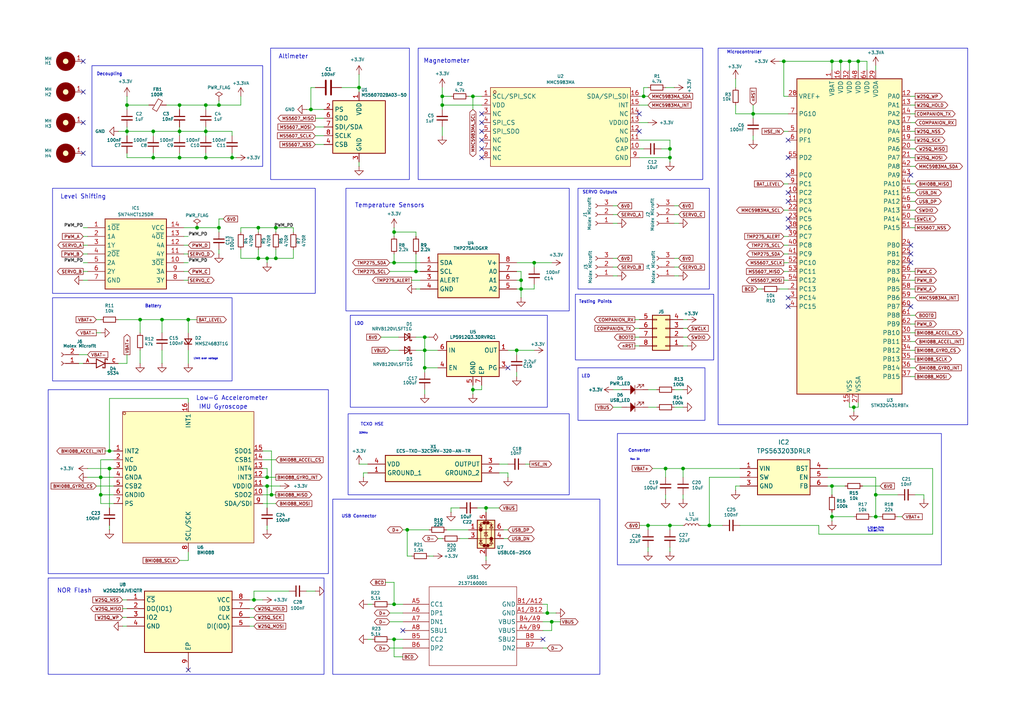
<source format=kicad_sch>
(kicad_sch (version 20250114) (generator "eeschema") (generator_version "9.0")
  (paper "A4")
  (title_block (title "SoraAir") (date "2025-04-12") (rev "0.1") (company "PatrickChoDev"))
  (rectangle (start 208.28 13.97) (end 280.67 123.19))
  (rectangle (start 167.64 106.68) (end 204.47 121.92))
  (rectangle (start 96.52 144.78) (end 173.99 195.58))
  (rectangle (start 121.285 13.97) (end 203.835 52.07))
  (rectangle (start 13.97 113.03) (end 95.25 166.37))
  (rectangle (start 179.07 125.73) (end 273.05 163.83))
  (rectangle (start 15.24 54.61) (end 91.44 85.09))
  (rectangle (start 100.33 54.61) (end 165.1 90.17))
  (rectangle (start 15.24 86.36) (end 67.31 110.49))
  (rectangle (start 167.64 54.61) (end 205.74 83.82))
  (rectangle (start 166.878 85.344) (end 207.01 104.394))
  (rectangle (start 26.67 19.05) (end 76.2 48.26))
  (rectangle (start 100.965 120.015) (end 165.1 143.51))
  (rectangle (start 78.486 13.97) (end 118.745 52.07))
  (rectangle (start 101.6 91.44) (end 158.75 118.11))
  (rectangle (start 13.97 167.64) (end 93.98 195.58))
  (text "Battery" (at 44.45 88.9 0) (effects (font (size 0.889 0.889))))
  (text "Level Shifting" (at 24.13 57.15 0) (effects (font (size 1.27 1.27))))
  (text "Magnetometer" (at 129.54 17.78 0) (effects (font (size 1.27 1.27))))
  (text "Converter" (at 185.42 130.81 0) (effects (font (size 0.889 0.889))))
  (text "32MHz" (at 105.41 125.73 0) (effects (font (size 0.508 0.508))))
  (text "Decoupling" (at 31.75 21.59 0) (effects (font (size 0.889 0.889))))
  (text "USB Connector" (at 104.14 149.86 0) (effects (font (size 0.889 0.889))))
  (text "SERVO Outputs" (at 173.99 55.88 0) (effects (font (size 0.889 0.889))))
  (text "Altimeter" (at 85.09 16.51 0) (effects (font (size 1.27 1.27))))
  (text "Low-G Accelerometer" (at 67.31 115.57 0) (effects (font (size 1.27 1.27))))
  (text "Testing Points" (at 172.72 87.63 0) (effects (font (size 0.889 0.889))))
  (text "IMU Gyroscope" (at 64.77 118.11 0) (effects (font (size 1.27 1.27))))
  (text "Microcontroller" (at 215.9 15.24 0) (effects (font (size 0.889 0.889))))
  (text "TCXO HSE" (at 107.95 123.19 0) (effects (font (size 0.889 0.889))))
  (text "Temperature Sensors" (at 113.03 59.69 0) (effects (font (size 1.27 1.27))))
  (text "NOR Flash" (at 21.59 171.45 0) (effects (font (size 1.27 1.27))))
  (text "Max 3A" (at 184.15 133.35 0) (effects (font (size 0.508 0.508))))
  (text "1.31@4.2VIN\n5.31@17VIN" (at 254 153.67 0) (effects (font (size 0.508 0.508))))
  (text "Limit over voltage" (at 59.69 104.14 0) (effects (font (size 0.508 0.508))))
  (text "LDO" (at 104.14 93.98 0) (effects (font (size 0.889 0.889))))
  (text "LED" (at 169.926 109.22 0) (effects (font (size 0.889 0.889))))
  (junction (at 44.45 38.1))
  (junction (at 77.47 138.43))
  (junction (at 151.13 81.28))
  (junction (at 198.12 135.89))
  (junction (at 137.16 27.94))
  (junction (at 31.75 130.81))
  (junction (at 59.69 45.72))
  (junction (at 114.3 175.26))
  (junction (at 80.01 74.93))
  (junction (at 36.83 30.48))
  (junction (at 151.13 83.82))
  (junction (at 78.74 143.51))
  (junction (at 52.07 30.48))
  (junction (at 57.15 66.04))
  (junction (at 36.83 38.1))
  (junction (at 128.27 27.94))
  (junction (at 149.86 101.6))
  (junction (at 104.14 25.4))
  (junction (at 137.16 113.03))
  (junction (at 54.61 92.71))
  (junction (at 194.31 45.72))
  (junction (at 63.5 66.04))
  (junction (at 194.31 152.4))
  (junction (at 241.3 17.78))
  (junction (at 114.3 185.42))
  (junction (at 193.04 135.89))
  (junction (at 77.47 140.97))
  (junction (at 118.11 153.67))
  (junction (at 254 149.86))
  (junction (at 247.65 118.11))
  (junction (at 227.33 17.78))
  (junction (at 254 143.51))
  (junction (at 154.94 76.2))
  (junction (at 160.02 180.34))
  (junction (at 90.17 31.75))
  (junction (at 140.97 147.32))
  (junction (at 73.66 173.99))
  (junction (at 241.3 140.97))
  (junction (at 59.69 30.48))
  (junction (at 74.93 74.93))
  (junction (at 194.31 43.18))
  (junction (at 123.19 97.79))
  (junction (at 248.92 17.78))
  (junction (at 46.99 92.71))
  (junction (at 59.69 38.1))
  (junction (at 67.31 45.72))
  (junction (at 186.69 27.94))
  (junction (at 77.47 74.93))
  (junction (at 29.21 143.51))
  (junction (at 120.65 78.74))
  (junction (at 187.96 152.4))
  (junction (at 114.3 67.31))
  (junction (at 158.75 177.8))
  (junction (at 218.44 33.02))
  (junction (at 40.64 92.71))
  (junction (at 241.3 149.86))
  (junction (at 205.74 152.4))
  (junction (at 44.45 45.72))
  (junction (at 246.38 17.78))
  (junction (at 123.19 101.6))
  (junction (at 114.3 76.2))
  (junction (at 29.21 138.43))
  (junction (at 243.84 17.78))
  (junction (at 128.27 30.48))
  (junction (at 80.01 66.04))
  (junction (at 123.19 106.68))
  (junction (at 52.07 45.72))
  (junction (at 52.07 38.1))
  (junction (at 74.93 66.04))
  (junction (at 31.75 135.89))
  (junction (at 63.5 30.48))
  (no_connect (at 228.6 88.9))
  (no_connect (at 228.6 58.42))
  (no_connect (at 139.7 35.56))
  (no_connect (at 228.6 55.88))
  (no_connect (at 264.16 71.12))
  (no_connect (at 264.16 88.9))
  (no_connect (at 139.7 45.72))
  (no_connect (at 185.42 38.1))
  (no_connect (at 116.84 182.88))
  (no_connect (at 139.7 33.02))
  (no_connect (at 24.13 26.67))
  (no_connect (at 24.13 17.78))
  (no_connect (at 228.6 66.04))
  (no_connect (at 228.6 63.5))
  (no_connect (at 139.7 40.64))
  (no_connect (at 228.6 50.8))
  (no_connect (at 147.32 106.68))
  (no_connect (at 228.6 40.64))
  (no_connect (at 139.7 38.1))
  (no_connect (at 24.13 44.45))
  (no_connect (at 54.61 194.31))
  (no_connect (at 264.16 50.8))
  (no_connect (at 264.16 76.2))
  (no_connect (at 139.7 43.18))
  (no_connect (at 24.13 35.56))
  (no_connect (at 228.6 86.36))
  (no_connect (at 157.48 185.42))
  (no_connect (at 228.6 45.72))
  (no_connect (at 264.16 73.66))
  (no_connect (at 185.42 33.02))
  (wire (pts (xy 35.56 179.07) (xy 36.83 179.07)))
  (wire (pts (xy 226.06 17.78) (xy 227.33 17.78)))
  (wire (pts (xy 124.46 97.79) (xy 123.19 97.79)))
  (wire (pts (xy 198.12 100.33) (xy 199.39 100.33)))
  (wire (pts (xy 114.3 185.42) (xy 114.3 190.5)))
  (wire (pts (xy 74.93 66.04) (xy 74.93 67.31)))
  (wire (pts (xy 114.3 175.26) (xy 116.84 175.26)))
  (wire (pts (xy 185.42 30.48) (xy 187.96 30.48)))
  (wire (pts (xy 241.3 143.51) (xy 241.3 140.97)))
  (wire (pts (xy 29.21 138.43) (xy 33.02 138.43)))
  (wire (pts (xy 78.74 143.51) (xy 76.2 143.51)))
  (wire (pts (xy 140.97 161.29) (xy 140.97 162.56)))
  (wire (pts (xy 52.07 162.56) (xy 54.61 162.56)))
  (wire (pts (xy 30.48 130.81) (xy 31.75 130.81)))
  (wire (pts (xy 158.75 177.8) (xy 161.29 177.8)))
  (wire (pts (xy 40.64 101.6) (xy 40.64 105.41)))
  (wire (pts (xy 54.61 71.12) (xy 53.34 71.12)))
  (wire (pts (xy 54.61 92.71) (xy 54.61 96.52)))
  (wire (pts (xy 24.13 73.66) (xy 25.4 73.66)))
  (wire (pts (xy 59.69 45.72) (xy 59.69 44.45)))
  (wire (pts (xy 228.6 71.12) (xy 227.33 71.12)))
  (wire (pts (xy 88.9 171.45) (xy 91.44 171.45)))
  (wire (pts (xy 72.39 181.61) (xy 73.66 181.61)))
  (wire (pts (xy 90.17 31.75) (xy 93.98 31.75)))
  (wire (pts (xy 104.14 46.99) (xy 104.14 48.26)))
  (wire (pts (xy 120.65 101.6) (xy 123.19 101.6)))
  (wire (pts (xy 198.12 143.51) (xy 198.12 144.78)))
  (wire (pts (xy 254 149.86) (xy 252.73 149.86)))
  (wire (pts (xy 63.5 29.21) (xy 63.5 30.48)))
  (wire (pts (xy 29.21 146.05) (xy 33.02 146.05)))
  (wire (pts (xy 123.19 101.6) (xy 123.19 106.68)))
  (wire (pts (xy 265.43 63.5) (xy 264.16 63.5)))
  (wire (pts (xy 90.17 25.4) (xy 91.44 25.4)))
  (wire (pts (xy 48.26 30.48) (xy 52.07 30.48)))
  (wire (pts (xy 149.86 78.74) (xy 151.13 78.74)))
  (wire (pts (xy 254 19.05) (xy 254 20.32)))
  (wire (pts (xy 36.83 27.94) (xy 36.83 30.48)))
  (wire (pts (xy 160.02 180.34) (xy 160.02 182.88)))
  (wire (pts (xy 186.69 27.94) (xy 187.96 27.94)))
  (wire (pts (xy 74.93 66.04) (xy 80.01 66.04)))
  (wire (pts (xy 77.47 140.97) (xy 81.28 140.97)))
  (wire (pts (xy 228.6 73.66) (xy 227.33 73.66)))
  (wire (pts (xy 194.31 45.72) (xy 194.31 46.99)))
  (wire (pts (xy 187.96 152.4) (xy 194.31 152.4)))
  (wire (pts (xy 77.47 74.93) (xy 74.93 74.93)))
  (wire (pts (xy 228.6 38.1) (xy 227.33 38.1)))
  (wire (pts (xy 228.6 81.28) (xy 227.33 81.28)))
  (wire (pts (xy 264.16 91.44) (xy 265.43 91.44)))
  (wire (pts (xy 187.96 25.4) (xy 186.69 25.4)))
  (wire (pts (xy 185.42 27.94) (xy 186.69 27.94)))
  (wire (pts (xy 195.58 118.11) (xy 198.12 118.11)))
  (wire (pts (xy 59.69 45.72) (xy 52.07 45.72)))
  (wire (pts (xy 85.09 66.04) (xy 85.09 67.31)))
  (wire (pts (xy 265.43 81.28) (xy 264.16 81.28)))
  (wire (pts (xy 104.14 134.62) (xy 106.68 134.62)))
  (wire (pts (xy 246.38 17.78) (xy 243.84 17.78)))
  (wire (pts (xy 67.31 39.37) (xy 67.31 38.1)))
  (wire (pts (xy 36.83 38.1) (xy 44.45 38.1)))
  (wire (pts (xy 36.83 36.83) (xy 36.83 38.1)))
  (wire (pts (xy 187.96 152.4) (xy 187.96 153.67)))
  (wire (pts (xy 123.19 101.6) (xy 127 101.6)))
  (wire (pts (xy 198.12 135.89) (xy 198.12 138.43)))
  (wire (pts (xy 149.86 83.82) (xy 151.13 83.82)))
  (wire (pts (xy 264.16 106.68) (xy 265.43 106.68)))
  (wire (pts (xy 99.06 25.4) (xy 104.14 25.4)))
  (wire (pts (xy 128.27 30.48) (xy 128.27 31.75)))
  (wire (pts (xy 35.56 173.99) (xy 36.83 173.99)))
  (wire (pts (xy 248.92 116.84) (xy 248.92 118.11)))
  (wire (pts (xy 113.03 76.2) (xy 114.3 76.2)))
  (wire (pts (xy 29.21 138.43) (xy 29.21 143.51)))
  (wire (pts (xy 77.47 140.97) (xy 77.47 147.32)))
  (wire (pts (xy 243.84 17.78) (xy 243.84 20.32)))
  (wire (pts (xy 111.76 168.91) (xy 114.3 168.91)))
  (wire (pts (xy 77.47 138.43) (xy 76.2 138.43)))
  (wire (pts (xy 254 143.51) (xy 260.35 143.51)))
  (wire (pts (xy 76.2 133.35) (xy 80.01 133.35)))
  (wire (pts (xy 265.43 99.06) (xy 264.16 99.06)))
  (wire (pts (xy 128.27 27.94) (xy 130.81 27.94)))
  (wire (pts (xy 77.47 135.89) (xy 77.47 138.43)))
  (wire (pts (xy 205.74 138.43) (xy 214.63 138.43)))
  (wire (pts (xy 77.47 135.89) (xy 76.2 135.89)))
  (wire (pts (xy 265.43 33.02) (xy 264.16 33.02)))
  (wire (pts (xy 158.75 175.26) (xy 158.75 177.8)))
  (wire (pts (xy 265.43 60.96) (xy 264.16 60.96)))
  (wire (pts (xy 76.2 146.05) (xy 80.01 146.05)))
  (wire (pts (xy 36.83 38.1) (xy 36.83 39.37)))
  (wire (pts (xy 265.43 40.64) (xy 264.16 40.64)))
  (wire (pts (xy 237.49 154.94) (xy 237.49 152.4)))
  (wire (pts (xy 157.48 180.34) (xy 160.02 180.34)))
  (wire (pts (xy 157.48 187.96) (xy 158.75 187.96)))
  (wire (pts (xy 237.49 152.4) (xy 214.63 152.4)))
  (wire (pts (xy 113.03 78.74) (xy 120.65 78.74)))
  (wire (pts (xy 177.8 118.11) (xy 180.34 118.11)))
  (wire (pts (xy 270.51 154.94) (xy 270.51 135.89)))
  (wire (pts (xy 247.65 118.11) (xy 247.65 119.38)))
  (wire (pts (xy 76.2 130.81) (xy 78.74 130.81)))
  (wire (pts (xy 59.69 38.1) (xy 59.69 39.37)))
  (wire (pts (xy 265.43 48.26) (xy 264.16 48.26)))
  (wire (pts (xy 91.44 41.91) (xy 93.98 41.91)))
  (wire (pts (xy 31.75 135.89) (xy 31.75 147.32)))
  (wire (pts (xy 74.93 72.39) (xy 74.93 74.93)))
  (wire (pts (xy 127 156.21) (xy 128.27 156.21)))
  (wire (pts (xy 198.12 92.71) (xy 199.39 92.71)))
  (wire (pts (xy 147.32 137.16) (xy 147.32 138.43)))
  (wire (pts (xy 69.85 30.48) (xy 63.5 30.48)))
  (wire (pts (xy 185.42 43.18) (xy 186.69 43.18)))
  (wire (pts (xy 139.7 113.03) (xy 137.16 113.03)))
  (wire (pts (xy 213.36 140.97) (xy 213.36 142.24)))
  (wire (pts (xy 265.43 30.48) (xy 264.16 30.48)))
  (wire (pts (xy 118.11 153.67) (xy 118.11 161.29)))
  (wire (pts (xy 113.03 187.96) (xy 116.84 187.96)))
  (wire (pts (xy 241.3 140.97) (xy 245.11 140.97)))
  (wire (pts (xy 254 138.43) (xy 240.03 138.43)))
  (wire (pts (xy 160.02 180.34) (xy 162.56 180.34)))
  (wire (pts (xy 240.03 140.97) (xy 241.3 140.97)))
  (wire (pts (xy 267.97 143.51) (xy 267.97 144.78)))
  (wire (pts (xy 76.2 140.97) (xy 77.47 140.97)))
  (wire (pts (xy 248.92 17.78) (xy 248.92 20.32)))
  (wire (pts (xy 77.47 74.93) (xy 80.01 74.93)))
  (wire (pts (xy 193.04 143.51) (xy 193.04 144.78)))
  (wire (pts (xy 72.39 176.53) (xy 73.66 176.53)))
  (wire (pts (xy 149.86 101.6) (xy 149.86 102.87)))
  (wire (pts (xy 177.8 62.23) (xy 179.07 62.23)))
  (wire (pts (xy 186.69 25.4) (xy 186.69 27.94)))
  (wire (pts (xy 31.75 115.57) (xy 54.61 115.57)))
  (wire (pts (xy 248.92 17.78) (xy 246.38 17.78)))
  (wire (pts (xy 85.09 74.93) (xy 85.09 72.39)))
  (wire (pts (xy 130.81 147.32) (xy 133.35 147.32)))
  (wire (pts (xy 114.3 73.66) (xy 114.3 76.2)))
  (wire (pts (xy 185.42 95.25) (xy 184.15 95.25)))
  (wire (pts (xy 227.33 68.58) (xy 228.6 68.58)))
  (wire (pts (xy 218.44 34.29) (xy 218.44 33.02)))
  (wire (pts (xy 68.58 45.72) (xy 67.31 45.72)))
  (wire (pts (xy 218.44 30.48) (xy 218.44 33.02)))
  (wire (pts (xy 205.74 152.4) (xy 205.74 138.43)))
  (wire (pts (xy 218.44 40.64) (xy 218.44 39.37)))
  (wire (pts (xy 254 143.51) (xy 254 138.43)))
  (wire (pts (xy 33.02 143.51) (xy 29.21 143.51)))
  (wire (pts (xy 265.43 38.1) (xy 264.16 38.1)))
  (wire (pts (xy 63.5 67.31) (xy 63.5 66.04)))
  (wire (pts (xy 265.43 83.82) (xy 264.16 83.82)))
  (wire (pts (xy 83.82 171.45) (xy 73.66 171.45)))
  (wire (pts (xy 226.06 83.82) (xy 228.6 83.82)))
  (wire (pts (xy 105.41 138.43) (xy 105.41 137.16)))
  (wire (pts (xy 120.65 97.79) (xy 123.19 97.79)))
  (wire (pts (xy 78.74 130.81) (xy 78.74 143.51)))
  (wire (pts (xy 59.69 38.1) (xy 52.07 38.1)))
  (wire (pts (xy 91.44 36.83) (xy 93.98 36.83)))
  (wire (pts (xy 154.94 76.2) (xy 160.02 76.2)))
  (wire (pts (xy 149.86 107.95) (xy 149.86 109.22)))
  (wire (pts (xy 80.01 74.93) (xy 85.09 74.93)))
  (wire (pts (xy 114.3 67.31) (xy 120.65 67.31)))
  (wire (pts (xy 90.17 25.4) (xy 90.17 31.75)))
  (wire (pts (xy 105.41 137.16) (xy 106.68 137.16)))
  (wire (pts (xy 157.48 182.88) (xy 160.02 182.88)))
  (wire (pts (xy 54.61 78.74) (xy 53.34 78.74)))
  (wire (pts (xy 35.56 181.61) (xy 36.83 181.61)))
  (wire (pts (xy 194.31 43.18) (xy 194.31 40.64)))
  (wire (pts (xy 106.68 175.26) (xy 107.95 175.26)))
  (wire (pts (xy 246.38 17.78) (xy 246.38 20.32)))
  (wire (pts (xy 52.07 38.1) (xy 44.45 38.1)))
  (wire (pts (xy 63.5 63.5) (xy 64.77 63.5)))
  (wire (pts (xy 187.96 118.11) (xy 190.5 118.11)))
  (wire (pts (xy 135.89 27.94) (xy 137.16 27.94)))
  (wire (pts (xy 130.81 148.59) (xy 130.81 147.32)))
  (wire (pts (xy 213.36 33.02) (xy 213.36 30.48)))
  (wire (pts (xy 25.4 135.89) (xy 31.75 135.89)))
  (wire (pts (xy 228.6 60.96) (xy 227.33 60.96)))
  (wire (pts (xy 213.36 22.86) (xy 213.36 25.4)))
  (wire (pts (xy 194.31 152.4) (xy 198.12 152.4)))
  (wire (pts (xy 24.13 68.58) (xy 25.4 68.58)))
  (wire (pts (xy 128.27 36.83) (xy 128.27 39.37)))
  (wire (pts (xy 123.19 97.79) (xy 123.19 101.6)))
  (wire (pts (xy 185.42 45.72) (xy 194.31 45.72)))
  (wire (pts (xy 24.13 66.04) (xy 25.4 66.04)))
  (wire (pts (xy 128.27 30.48) (xy 139.7 30.48)))
  (wire (pts (xy 40.64 92.71) (xy 40.64 96.52)))
  (wire (pts (xy 29.21 133.35) (xy 29.21 138.43)))
  (wire (pts (xy 54.61 162.56) (xy 54.61 160.02)))
  (wire (pts (xy 227.33 17.78) (xy 227.33 27.94)))
  (wire (pts (xy 63.5 72.39) (xy 63.5 73.66)))
  (wire (pts (xy 114.3 76.2) (xy 121.92 76.2)))
  (wire (pts (xy 63.5 30.48) (xy 59.69 30.48)))
  (wire (pts (xy 187.96 113.03) (xy 190.5 113.03)))
  (wire (pts (xy 149.86 76.2) (xy 154.94 76.2)))
  (wire (pts (xy 205.74 152.4) (xy 203.2 152.4)))
  (wire (pts (xy 157.48 175.26) (xy 158.75 175.26)))
  (wire (pts (xy 52.07 30.48) (xy 59.69 30.48)))
  (wire (pts (xy 113.03 101.6) (xy 115.57 101.6)))
  (wire (pts (xy 237.49 154.94) (xy 270.51 154.94)))
  (wire (pts (xy 31.75 130.81) (xy 31.75 115.57)))
  (wire (pts (xy 106.68 185.42) (xy 107.95 185.42)))
  (wire (pts (xy 265.43 101.6) (xy 264.16 101.6)))
  (wire (pts (xy 149.86 81.28) (xy 151.13 81.28)))
  (wire (pts (xy 67.31 45.72) (xy 67.31 44.45)))
  (wire (pts (xy 193.04 135.89) (xy 198.12 135.89)))
  (wire (pts (xy 120.65 78.74) (xy 121.92 78.74)))
  (wire (pts (xy 177.8 59.69) (xy 179.07 59.69)))
  (wire (pts (xy 36.83 31.75) (xy 36.83 30.48)))
  (wire (pts (xy 52.07 45.72) (xy 44.45 45.72)))
  (wire (pts (xy 227.33 27.94) (xy 228.6 27.94)))
  (wire (pts (xy 33.02 133.35) (xy 29.21 133.35)))
  (wire (pts (xy 59.69 36.83) (xy 59.69 38.1)))
  (wire (pts (xy 270.51 135.89) (xy 240.03 135.89)))
  (wire (pts (xy 149.86 101.6) (xy 154.94 101.6)))
  (wire (pts (xy 72.39 173.99) (xy 73.66 173.99)))
  (wire (pts (xy 241.3 17.78) (xy 243.84 17.78)))
  (wire (pts (xy 194.31 153.67) (xy 194.31 152.4)))
  (wire (pts (xy 34.29 92.71) (xy 40.64 92.71)))
  (wire (pts (xy 116.84 153.67) (xy 118.11 153.67)))
  (wire (pts (xy 227.33 53.34) (xy 228.6 53.34)))
  (wire (pts (xy 241.3 149.86) (xy 241.3 151.13)))
  (wire (pts (xy 151.13 83.82) (xy 151.13 86.36)))
  (wire (pts (xy 154.94 82.55) (xy 154.94 83.82)))
  (wire (pts (xy 67.31 38.1) (xy 59.69 38.1)))
  (wire (pts (xy 77.47 76.2) (xy 77.47 74.93)))
  (wire (pts (xy 110.49 97.79) (xy 115.57 97.79)))
  (wire (pts (xy 219.71 83.82) (xy 220.98 83.82)))
  (wire (pts (xy 74.93 74.93) (xy 69.85 74.93)))
  (wire (pts (xy 118.11 153.67) (xy 124.46 153.67)))
  (wire (pts (xy 52.07 36.83) (xy 52.07 38.1)))
  (wire (pts (xy 241.3 17.78) (xy 227.33 17.78)))
  (wire (pts (xy 265.43 45.72) (xy 264.16 45.72)))
  (wire (pts (xy 195.58 74.93) (xy 196.85 74.93)))
  (wire (pts (xy 53.34 66.04) (xy 57.15 66.04)))
  (wire (pts (xy 265.43 109.22) (xy 264.16 109.22)))
  (wire (pts (xy 114.3 190.5) (xy 116.84 190.5)))
  (wire (pts (xy 196.85 64.77) (xy 195.58 64.77)))
  (wire (pts (xy 265.43 27.94) (xy 264.16 27.94)))
  (wire (pts (xy 179.07 64.77) (xy 177.8 64.77)))
  (wire (pts (xy 91.44 39.37) (xy 93.98 39.37)))
  (wire (pts (xy 104.14 25.4) (xy 104.14 26.67)))
  (wire (pts (xy 228.6 78.74) (xy 227.33 78.74)))
  (wire (pts (xy 185.42 97.79) (xy 184.15 97.79)))
  (wire (pts (xy 120.65 73.66) (xy 120.65 78.74)))
  (wire (pts (xy 24.13 71.12) (xy 25.4 71.12)))
  (wire (pts (xy 133.35 156.21) (xy 135.89 156.21)))
  (wire (pts (xy 154.94 77.47) (xy 154.94 76.2)))
  (wire (pts (xy 184.15 100.33) (xy 185.42 100.33)))
  (wire (pts (xy 57.15 66.04) (xy 63.5 66.04)))
  (wire (pts (xy 177.8 77.47) (xy 179.07 77.47)))
  (wire (pts (xy 251.46 17.78) (xy 251.46 20.32)))
  (wire (pts (xy 137.16 27.94) (xy 137.16 31.75)))
  (wire (pts (xy 144.78 137.16) (xy 147.32 137.16)))
  (wire (pts (xy 77.47 152.4) (xy 77.47 153.67)))
  (wire (pts (xy 185.42 35.56) (xy 187.96 35.56)))
  (wire (pts (xy 251.46 17.78) (xy 248.92 17.78)))
  (wire (pts (xy 69.85 27.94) (xy 69.85 30.48)))
  (wire (pts (xy 123.19 106.68) (xy 123.19 107.95)))
  (wire (pts (xy 137.16 113.03) (xy 137.16 114.3)))
  (wire (pts (xy 69.85 66.04) (xy 74.93 66.04)))
  (wire (pts (xy 69.85 66.04) (xy 69.85 67.31)))
  (wire (pts (xy 198.12 95.25) (xy 199.39 95.25)))
  (wire (pts (xy 185.42 92.71) (xy 184.15 92.71)))
  (wire (pts (xy 54.61 76.2) (xy 53.34 76.2)))
  (wire (pts (xy 52.07 38.1) (xy 52.07 39.37)))
  (wire (pts (xy 144.78 147.32) (xy 140.97 147.32)))
  (wire (pts (xy 198.12 97.79) (xy 199.39 97.79)))
  (wire (pts (xy 36.83 102.87) (xy 36.83 105.41)))
  (wire (pts (xy 218.44 33.02) (xy 228.6 33.02)))
  (wire (pts (xy 194.31 158.75) (xy 194.31 160.02)))
  (wire (pts (xy 196.85 80.01) (xy 195.58 80.01)))
  (wire (pts (xy 44.45 38.1) (xy 44.45 39.37)))
  (wire (pts (xy 146.05 156.21) (xy 147.32 156.21)))
  (wire (pts (xy 80.01 72.39) (xy 80.01 74.93)))
  (wire (pts (xy 128.27 27.94) (xy 128.27 30.48)))
  (wire (pts (xy 80.01 66.04) (xy 80.01 67.31)))
  (wire (pts (xy 177.8 113.03) (xy 180.34 113.03)))
  (wire (pts (xy 128.27 25.4) (xy 128.27 27.94)))
  (wire (pts (xy 152.4 134.62) (xy 153.67 134.62)))
  (wire (pts (xy 151.13 81.28) (xy 151.13 83.82)))
  (wire (pts (xy 36.83 45.72) (xy 44.45 45.72)))
  (wire (pts (xy 113.03 185.42) (xy 114.3 185.42)))
  (wire (pts (xy 73.66 173.99) (xy 76.2 173.99)))
  (wire (pts (xy 54.61 73.66) (xy 53.34 73.66)))
  (wire (pts (xy 69.85 72.39) (xy 69.85 74.93)))
  (wire (pts (xy 63.5 63.5) (xy 63.5 66.04)))
  (wire (pts (xy 119.38 81.28) (xy 121.92 81.28)))
  (wire (pts (xy 31.75 135.89) (xy 33.02 135.89)))
  (wire (pts (xy 144.78 134.62) (xy 147.32 134.62)))
  (wire (pts (xy 88.9 31.75) (xy 90.17 31.75)))
  (wire (pts (xy 147.32 101.6) (xy 149.86 101.6)))
  (wire (pts (xy 185.42 152.4) (xy 187.96 152.4)))
  (wire (pts (xy 124.46 161.29) (xy 125.73 161.29)))
  (wire (pts (xy 35.56 176.53) (xy 36.83 176.53)))
  (wire (pts (xy 120.65 67.31) (xy 120.65 68.58)))
  (wire (pts (xy 40.64 92.71) (xy 46.99 92.71)))
  (wire (pts (xy 254 149.86) (xy 255.27 149.86)))
  (wire (pts (xy 157.48 177.8) (xy 158.75 177.8)))
  (wire (pts (xy 72.39 179.07) (xy 73.66 179.07)))
  (wire (pts (xy 151.13 83.82) (xy 154.94 83.82)))
  (wire (pts (xy 241.3 149.86) (xy 247.65 149.86)))
  (wire (pts (xy 54.61 68.58) (xy 53.34 68.58)))
  (wire (pts (xy 265.43 96.52) (xy 264.16 96.52)))
  (wire (pts (xy 52.07 44.45) (xy 52.07 45.72)))
  (wire (pts (xy 137.16 27.94) (xy 139.7 27.94)))
  (wire (pts (xy 189.23 135.89) (xy 193.04 135.89)))
  (wire (pts (xy 177.8 74.93) (xy 179.07 74.93)))
  (wire (pts (xy 265.43 43.18) (xy 264.16 43.18)))
  (wire (pts (xy 248.92 118.11) (xy 247.65 118.11)))
  (wire (pts (xy 54.61 92.71) (xy 57.15 92.71)))
  (wire (pts (xy 198.12 135.89) (xy 214.63 135.89)))
  (wire (pts (xy 52.07 30.48) (xy 52.07 31.75)))
  (wire (pts (xy 195.58 62.23) (xy 196.85 62.23)))
  (wire (pts (xy 179.07 80.01) (xy 177.8 80.01)))
  (wire (pts (xy 24.13 76.2) (xy 25.4 76.2)))
  (wire (pts (xy 54.61 101.6) (xy 54.61 105.41)))
  (wire (pts (xy 264.16 78.74) (xy 265.43 78.74)))
  (wire (pts (xy 24.13 81.28) (xy 25.4 81.28)))
  (wire (pts (xy 137.16 113.03) (xy 137.16 111.76)))
  (wire (pts (xy 265.43 66.04) (xy 264.16 66.04)))
  (wire (pts (xy 265.43 53.34) (xy 264.16 53.34)))
  (wire (pts (xy 264.16 93.98) (xy 265.43 93.98)))
  (wire (pts (xy 260.35 149.86) (xy 261.62 149.86)))
  (wire (pts (xy 36.83 38.1) (xy 34.29 38.1)))
  (wire (pts (xy 104.14 21.59) (xy 104.14 25.4)))
  (wire (pts (xy 213.36 140.97) (xy 214.63 140.97)))
  (wire (pts (xy 193.04 25.4) (xy 195.58 25.4)))
  (wire (pts (xy 123.19 113.03) (xy 123.19 114.3)))
  (wire (pts (xy 194.31 43.18) (xy 194.31 45.72)))
  (wire (pts (xy 59.69 30.48) (xy 59.69 31.75)))
  (wire (pts (xy 54.61 81.28) (xy 53.34 81.28)))
  (wire (pts (xy 27.94 96.52) (xy 29.21 96.52)))
  (wire (pts (xy 265.43 55.88) (xy 264.16 55.88)))
  (wire (pts (xy 80.01 66.04) (xy 85.09 66.04)))
  (wire (pts (xy 265.43 86.36) (xy 264.16 86.36)))
  (wire (pts (xy 121.92 83.82) (xy 120.65 83.82)))
  (wire (pts (xy 46.99 92.71) (xy 46.99 96.52)))
  (wire (pts (xy 265.43 104.14) (xy 264.16 104.14)))
  (wire (pts (xy 73.66 171.45) (xy 73.66 173.99)))
  (wire (pts (xy 113.03 180.34) (xy 116.84 180.34)))
  (wire (pts (xy 27.94 140.97) (xy 33.02 140.97)))
  (wire (pts (xy 265.43 58.42) (xy 264.16 58.42)))
  (wire (pts (xy 29.21 143.51) (xy 29.21 146.05)))
  (wire (pts (xy 114.3 66.04) (xy 114.3 67.31)))
  (wire (pts (xy 146.05 153.67) (xy 147.32 153.67)))
  (wire (pts (xy 22.86 102.87) (xy 25.4 102.87)))
  (wire (pts (xy 25.4 138.43) (xy 29.21 138.43)))
  (wire (pts (xy 31.75 130.81) (xy 33.02 130.81)))
  (wire (pts (xy 139.7 113.03) (xy 139.7 111.76)))
  (wire (pts (xy 22.86 105.41) (xy 24.13 105.41)))
  (wire (pts (xy 246.38 116.84) (xy 246.38 118.11)))
  (wire (pts (xy 46.99 105.41) (xy 46.99 101.6)))
  (wire (pts (xy 247.65 118.11) (xy 246.38 118.11)))
  (wire (pts (xy 195.58 77.47) (xy 196.85 77.47)))
  (wire (pts (xy 34.29 105.41) (xy 36.83 105.41)))
  (wire (pts (xy 118.11 161.29) (xy 119.38 161.29)))
  (wire (pts (xy 187.96 158.75) (xy 187.96 160.02)))
  (wire (pts (xy 265.43 35.56) (xy 264.16 35.56)))
  (wire (pts (xy 250.19 140.97) (xy 255.27 140.97)))
  (wire (pts (xy 228.6 76.2) (xy 227.33 76.2)))
  (wire (pts (xy 241.3 20.32) (xy 241.3 17.78)))
  (wire (pts (xy 241.3 148.59) (xy 241.3 149.86)))
  (wire (pts (xy 27.94 92.71) (xy 29.21 92.71)))
  (wire (pts (xy 113.03 175.26) (xy 114.3 175.26)))
  (wire (pts (xy 46.99 92.71) (xy 54.61 92.71)))
  (wire (pts (xy 254 149.86) (xy 254 143.51)))
  (wire (pts (xy 54.61 115.57) (xy 54.61 116.84)))
  (wire (pts (xy 193.04 135.89) (xy 193.04 138.43)))
  (wire (pts (xy 114.3 67.31) (xy 114.3 68.58)))
  (wire (pts (xy 123.19 106.68) (xy 127 106.68)))
  (wire (pts (xy 195.58 59.69) (xy 196.85 59.69)))
  (wire (pts (xy 205.74 152.4) (xy 209.55 152.4)))
  (wire (pts (xy 218.44 33.02) (xy 213.36 33.02)))
  (wire (pts (xy 151.13 78.74) (xy 151.13 81.28)))
  (wire (pts (xy 44.45 45.72) (xy 44.45 44.45)))
  (wire (pts (xy 140.97 147.32) (xy 140.97 148.59)))
  (wire (pts (xy 195.58 113.03) (xy 198.12 113.03)))
  (wire (pts (xy 67.31 45.72) (xy 59.69 45.72)))
  (wire (pts (xy 114.3 185.42) (xy 116.84 185.42)))
  (wire (pts (xy 78.74 143.51) (xy 80.01 143.51)))
  (wire (pts (xy 77.47 138.43) (xy 80.01 138.43)))
  (wire (pts (xy 191.77 43.18) (xy 194.31 43.18)))
  (wire (pts (xy 135.89 153.67) (xy 129.54 153.67)))
  (wire (pts (xy 114.3 168.91) (xy 114.3 175.26)))
  (wire (pts (xy 36.83 30.48) (xy 43.18 30.48)))
  (wire (pts (xy 24.13 78.74) (xy 25.4 78.74)))
  (wire (pts (xy 36.83 45.72) (xy 36.83 44.45)))
  (wire (pts (xy 113.03 177.8) (xy 116.84 177.8)))
  (wire (pts (xy 138.43 147.32) (xy 140.97 147.32)))
  (wire (pts (xy 91.44 34.29) (xy 93.98 34.29)))
  (wire (pts (xy 265.43 143.51) (xy 267.97 143.51)))
  (wire (pts (xy 194.31 40.64) (xy 185.42 40.64)))
  (wire (pts (xy 31.75 152.4) (xy 31.75 153.67)))
  (label "PWM_PD" (at 24.13 66.04 180) (effects (font (size 0.889 0.889))))
  (label "PWM_PD" (at 54.61 76.2 0) (effects (font (size 0.889 0.889))))
  (label "PWM_PD" (at 85.09 66.04 180) (effects (font (size 0.889 0.889))))
  (label "PWM_PD" (at 24.13 76.2 180) (effects (font (size 0.889 0.889))))
  (label "PWM_PD" (at 54.61 68.58 0) (effects (font (size 0.889 0.889))))
  (global_label "COMPANION_TX" (shape output) (at 265.43 33.02 0) (effects (font (size 0.889 0.889))) (property "Intersheetrefs" "${INTERSHEET_REFS}" (effects (hide yes))))
  (global_label "W25Q_SCK" (shape output) (at 265.43 40.64 0) (effects (font (size 0.889 0.889))) (property "Intersheetrefs" "${INTERSHEET_REFS}" (effects (hide yes))))
  (global_label "PWM_B" (shape output) (at 265.43 81.28 0) (effects (font (size 0.889 0.889))) (property "Intersheetrefs" "${INTERSHEET_REFS}" (effects (hide yes))))
  (global_label "W25Q_MISO" (shape output) (at 35.56 176.53 180) (effects (font (size 0.889 0.889))) (property "Intersheetrefs" "${INTERSHEET_REFS}" (effects (hide yes))))
  (global_label "COMPANION_RX" (shape output) (at 184.15 92.71 180) (effects (font (size 0.889 0.889))) (property "Intersheetrefs" "${INTERSHEET_REFS}" (effects (hide yes))))
  (global_label "USB_DN" (shape bidirectional) (at 147.32 156.21 0) (effects (font (size 0.889 0.889))) (property "Intersheetrefs" "${INTERSHEET_REFS}" (effects (hide yes))))
  (global_label "COMPANION_TX" (shape input) (at 184.15 95.25 180) (effects (font (size 0.889 0.889))) (property "Intersheetrefs" "${INTERSHEET_REFS}" (effects (hide yes))))
  (global_label "W25Q_HOLD" (shape output) (at 265.43 30.48 0) (effects (font (size 0.889 0.889))) (property "Intersheetrefs" "${INTERSHEET_REFS}" (effects (hide yes))))
  (global_label "BMI088_MOSI" (shape output) (at 265.43 109.22 0) (effects (font (size 0.889 0.889))) (property "Intersheetrefs" "${INTERSHEET_REFS}" (effects (hide yes))))
  (global_label "W25Q_MOSI" (shape input) (at 73.66 181.61 0) (effects (font (size 0.889 0.889))) (property "Intersheetrefs" "${INTERSHEET_REFS}" (effects (hide yes))))
  (global_label "USB_DN" (shape bidirectional) (at 265.43 55.88 0) (effects (font (size 0.889 0.889))) (property "Intersheetrefs" "${INTERSHEET_REFS}" (effects (hide yes))))
  (global_label "W25Q_SCK" (shape input) (at 73.66 179.07 0) (effects (font (size 0.889 0.889))) (property "Intersheetrefs" "${INTERSHEET_REFS}" (effects (hide yes))))
  (global_label "VBUS" (shape input) (at 144.78 147.32 0) (effects (font (size 0.889 0.889))) (property "Intersheetrefs" "${INTERSHEET_REFS}" (effects (hide yes))))
  (global_label "VBAT+" (shape output) (at 36.83 102.87 90) (effects (font (size 0.889 0.889))) (property "Intersheetrefs" "${INTERSHEET_REFS}" (effects (hide yes))))
  (global_label "6V0" (shape input) (at 64.77 63.5 0) (effects (font (size 0.889 0.889))) (property "Intersheetrefs" "${INTERSHEET_REFS}" (effects (hide yes))))
  (global_label "BMI088_MISO" (shape input) (at 265.43 53.34 0) (effects (font (size 0.889 0.889))) (property "Intersheetrefs" "${INTERSHEET_REFS}" (effects (hide yes))))
  (global_label "MS5607_SCLK" (shape output) (at 227.33 76.2 180) (effects (font (size 0.889 0.889))) (property "Intersheetrefs" "${INTERSHEET_REFS}" (effects (hide yes))))
  (global_label "MMC5983MA_SCL" (shape bidirectional) (at 227.33 60.96 180) (effects (font (size 0.889 0.889))) (property "Intersheetrefs" "${INTERSHEET_REFS}" (effects (hide yes))))
  (global_label "PWM_D" (shape output) (at 265.43 93.98 0) (effects (font (size 0.889 0.889))) (property "Intersheetrefs" "${INTERSHEET_REFS}" (effects (hide yes))))
  (global_label "VBAT+" (shape input) (at 189.23 135.89 180) (effects (font (size 0.889 0.889))) (property "Intersheetrefs" "${INTERSHEET_REFS}" (effects (hide yes))))
  (global_label "6V0" (shape input) (at 255.27 140.97 0) (effects (font (size 0.889 0.889))) (property "Intersheetrefs" "${INTERSHEET_REFS}" (effects (hide yes))))
  (global_label "D-" (shape bidirectional) (at 127 156.21 180) (effects (font (size 0.889 0.889))) (property "Intersheetrefs" "${INTERSHEET_REFS}" (effects (hide yes))))
  (global_label "BMI088_MISO" (shape output) (at 80.01 143.51 0) (effects (font (size 0.889 0.889))) (property "Intersheetrefs" "${INTERSHEET_REFS}" (effects (hide yes))))
  (global_label "D+" (shape bidirectional) (at 113.03 187.96 180) (effects (font (size 0.889 0.889))) (property "Intersheetrefs" "${INTERSHEET_REFS}" (effects (hide yes))))
  (global_label "MMC5983MA_SDA" (shape input) (at 187.96 27.94 0) (effects (font (size 0.889 0.889))) (property "Intersheetrefs" "${INTERSHEET_REFS}" (effects (hide yes))))
  (global_label "D+" (shape bidirectional) (at 116.84 153.67 180) (effects (font (size 0.889 0.889))) (property "Intersheetrefs" "${INTERSHEET_REFS}" (effects (hide yes))))
  (global_label "TMP275_ALERT" (shape output) (at 119.38 81.28 180) (effects (font (size 0.889 0.889))) (property "Intersheetrefs" "${INTERSHEET_REFS}" (effects (hide yes))))
  (global_label "BOOT0" (shape input) (at 265.43 91.44 0) (effects (font (size 0.889 0.889))) (property "Intersheetrefs" "${INTERSHEET_REFS}" (effects (hide yes))))
  (global_label "SWDIO" (shape bidirectional) (at 199.39 97.79 0) (effects (font (size 0.889 0.889))) (property "Intersheetrefs" "${INTERSHEET_REFS}" (effects (hide yes))))
  (global_label "BAT_LEVEL" (shape input) (at 227.33 53.34 180) (effects (font (size 0.889 0.889))) (property "Intersheetrefs" "${INTERSHEET_REFS}" (effects (hide yes))))
  (global_label "W25Q_WP" (shape input) (at 35.56 179.07 180) (effects (font (size 0.889 0.889))) (property "Intersheetrefs" "${INTERSHEET_REFS}" (effects (hide yes))))
  (global_label "PWM_D" (shape input) (at 54.61 71.12 0) (effects (font (size 0.889 0.889))) (property "Intersheetrefs" "${INTERSHEET_REFS}" (effects (hide yes))))
  (global_label "SERVO_D" (shape input) (at 196.85 77.47 0) (effects (font (size 0.889 0.889))) (property "Intersheetrefs" "${INTERSHEET_REFS}" (effects (hide yes))))
  (global_label "MMC5983MA_INT" (shape input) (at 187.96 30.48 0) (effects (font (size 0.889 0.889))) (property "Intersheetrefs" "${INTERSHEET_REFS}" (effects (hide yes))))
  (global_label "SWCLK" (shape input) (at 199.39 95.25 0) (effects (font (size 0.889 0.889))) (property "Intersheetrefs" "${INTERSHEET_REFS}" (effects (hide yes))))
  (global_label "VBUS" (shape input) (at 177.8 118.11 180) (effects (font (size 0.889 0.889))) (property "Intersheetrefs" "${INTERSHEET_REFS}" (effects (hide yes))))
  (global_label "W25Q_MISO" (shape input) (at 265.43 43.18 0) (effects (font (size 0.889 0.889))) (property "Intersheetrefs" "${INTERSHEET_REFS}" (effects (hide yes))))
  (global_label "MMC5983MA_INT" (shape input) (at 265.43 86.36 0) (effects (font (size 0.889 0.889))) (property "Intersheetrefs" "${INTERSHEET_REFS}" (effects (hide yes))))
  (global_label "BMI088_MOSI" (shape input) (at 80.01 146.05 0) (effects (font (size 0.889 0.889))) (property "Intersheetrefs" "${INTERSHEET_REFS}" (effects (hide yes))))
  (global_label "TMP275_SCL" (shape bidirectional) (at 227.33 71.12 180) (effects (font (size 0.889 0.889))) (property "Intersheetrefs" "${INTERSHEET_REFS}" (effects (hide yes))))
  (global_label "W25Q_MOSI" (shape output) (at 265.43 45.72 0) (effects (font (size 0.889 0.889))) (property "Intersheetrefs" "${INTERSHEET_REFS}" (effects (hide yes))))
  (global_label "6V0" (shape input) (at 196.85 59.69 0) (effects (font (size 0.889 0.889))) (property "Intersheetrefs" "${INTERSHEET_REFS}" (effects (hide yes))))
  (global_label "VBAT-" (shape output) (at 27.94 96.52 180) (effects (font (size 0.889 0.889))) (property "Intersheetrefs" "${INTERSHEET_REFS}" (effects (hide yes))))
  (global_label "MS5607_NSS" (shape output) (at 265.43 66.04 0) (effects (font (size 0.889 0.889))) (property "Intersheetrefs" "${INTERSHEET_REFS}" (effects (hide yes))))
  (global_label "HSE_IN" (shape input) (at 227.33 38.1 180) (effects (font (size 0.889 0.889))) (property "Intersheetrefs" "${INTERSHEET_REFS}" (effects (hide yes))))
  (global_label "D-" (shape bidirectional) (at 113.03 180.34 180) (effects (font (size 0.889 0.889))) (property "Intersheetrefs" "${INTERSHEET_REFS}" (effects (hide yes))))
  (global_label "BMI088_GYRO_CS" (shape output) (at 265.43 101.6 0) (effects (font (size 0.889 0.889))) (property "Intersheetrefs" "${INTERSHEET_REFS}" (effects (hide yes))))
  (global_label "BCD" (shape output) (at 116.84 190.5 0) (effects (font (size 0.889 0.889))) (property "Intersheetrefs" "${INTERSHEET_REFS}" (effects (hide yes))))
  (global_label "SERVO_B" (shape output) (at 24.13 78.74 180) (effects (font (size 0.889 0.889))) (property "Intersheetrefs" "${INTERSHEET_REFS}" (effects (hide yes))))
  (global_label "MS5607_MOSI" (shape output) (at 227.33 81.28 180) (effects (font (size 0.889 0.889))) (property "Intersheetrefs" "${INTERSHEET_REFS}" (effects (hide yes))))
  (global_label "W25Q_NSS" (shape input) (at 35.56 173.99 180) (effects (font (size 0.889 0.889))) (property "Intersheetrefs" "${INTERSHEET_REFS}" (effects (hide yes))))
  (global_label "BMI088_ACCEL_CS" (shape input) (at 80.01 133.35 0) (effects (font (size 0.889 0.889))) (property "Intersheetrefs" "${INTERSHEET_REFS}" (effects (hide yes))))
  (global_label "6V0" (shape input) (at 196.85 74.93 0) (effects (font (size 0.889 0.889))) (property "Intersheetrefs" "${INTERSHEET_REFS}" (effects (hide yes))))
  (global_label "BMI088_SCLK" (shape output) (at 265.43 104.14 0) (effects (font (size 0.889 0.889))) (property "Intersheetrefs" "${INTERSHEET_REFS}" (effects (hide yes))))
  (global_label "SERVO_C" (shape input) (at 196.85 62.23 0) (effects (font (size 0.889 0.889))) (property "Intersheetrefs" "${INTERSHEET_REFS}" (effects (hide yes))))
  (global_label "VBUS" (shape input) (at 113.03 101.6 180) (effects (font (size 0.889 0.889))) (property "Intersheetrefs" "${INTERSHEET_REFS}" (effects (hide yes))))
  (global_label "BAT_LEVEL" (shape output) (at 57.15 92.71 0) (effects (font (size 0.889 0.889))) (property "Intersheetrefs" "${INTERSHEET_REFS}" (effects (hide yes))))
  (global_label "PWM_C" (shape output) (at 265.43 78.74 0) (effects (font (size 0.889 0.889))) (property "Intersheetrefs" "${INTERSHEET_REFS}" (effects (hide yes))))
  (global_label "BCD" (shape input) (at 219.71 83.82 180) (effects (font (size 0.889 0.889))) (property "Intersheetrefs" "${INTERSHEET_REFS}" (effects (hide yes))))
  (global_label "SERVO_A" (shape input) (at 179.07 62.23 0) (effects (font (size 0.889 0.889))) (property "Intersheetrefs" "${INTERSHEET_REFS}" (effects (hide yes))))
  (global_label "BMI088_ACCEL_INT" (shape output) (at 30.48 130.81 180) (effects (font (size 0.889 0.889))) (property "Intersheetrefs" "${INTERSHEET_REFS}" (effects (hide yes))))
  (global_label "BMI088_GYRO_INT" (shape input) (at 265.43 106.68 0) (effects (font (size 0.889 0.889))) (property "Intersheetrefs" "${INTERSHEET_REFS}" (effects (hide yes))))
  (global_label "MS5607_MISO" (shape input) (at 227.33 78.74 180) (effects (font (size 0.889 0.889))) (property "Intersheetrefs" "${INTERSHEET_REFS}" (effects (hide yes))))
  (global_label "W25Q_NSS" (shape output) (at 265.43 38.1 0) (effects (font (size 0.889 0.889))) (property "Intersheetrefs" "${INTERSHEET_REFS}" (effects (hide yes))))
  (global_label "BMI088_ACCEL_CS" (shape output) (at 265.43 96.52 0) (effects (font (size 0.889 0.889))) (property "Intersheetrefs" "${INTERSHEET_REFS}" (effects (hide yes))))
  (global_label "HSE_IN" (shape output) (at 153.67 134.62 0) (effects (font (size 0.889 0.889))) (property "Intersheetrefs" "${INTERSHEET_REFS}" (effects (hide yes))))
  (global_label "BOOT0" (shape output) (at 184.15 97.79 180) (effects (font (size 0.889 0.889))) (property "Intersheetrefs" "${INTERSHEET_REFS}" (effects (hide yes))))
  (global_label "SWDIO" (shape bidirectional) (at 265.43 60.96 0) (effects (font (size 0.889 0.889))) (property "Intersheetrefs" "${INTERSHEET_REFS}" (effects (hide yes))))
  (global_label "TMP275_ALERT" (shape input) (at 227.33 68.58 180) (effects (font (size 0.889 0.889))) (property "Intersheetrefs" "${INTERSHEET_REFS}" (effects (hide yes))))
  (global_label "SERVO_C" (shape output) (at 54.61 81.28 0) (effects (font (size 0.889 0.889))) (property "Intersheetrefs" "${INTERSHEET_REFS}" (effects (hide yes))))
  (global_label "VBAT-" (shape input) (at 25.4 102.87 0) (effects (font (size 0.889 0.889))) (property "Intersheetrefs" "${INTERSHEET_REFS}" (effects (hide yes))))
  (global_label "USB_DP" (shape bidirectional) (at 147.32 153.67 0) (effects (font (size 0.889 0.889))) (property "Intersheetrefs" "${INTERSHEET_REFS}" (effects (hide yes))))
  (global_label "PWM_A" (shape input) (at 24.13 68.58 180) (effects (font (size 0.889 0.889))) (property "Intersheetrefs" "${INTERSHEET_REFS}" (effects (hide yes))))
  (global_label "VBAT+" (shape input) (at 27.94 92.71 180) (effects (font (size 0.889 0.889))) (property "Intersheetrefs" "${INTERSHEET_REFS}" (effects (hide yes))))
  (global_label "BMI088_SCLK" (shape input) (at 52.07 162.56 180) (effects (font (size 0.889 0.889))) (property "Intersheetrefs" "${INTERSHEET_REFS}" (effects (hide yes))))
  (global_label "SERVO_D" (shape output) (at 54.61 73.66 0) (effects (font (size 0.889 0.889))) (property "Intersheetrefs" "${INTERSHEET_REFS}" (effects (hide yes))))
  (global_label "W25Q_HOLD" (shape input) (at 73.66 176.53 0) (effects (font (size 0.889 0.889))) (property "Intersheetrefs" "${INTERSHEET_REFS}" (effects (hide yes))))
  (global_label "MS5607_MISO" (shape output) (at 91.44 34.29 180) (effects (font (size 0.889 0.889))) (property "Intersheetrefs" "${INTERSHEET_REFS}" (effects (hide yes))))
  (global_label "BCD" (shape output) (at 111.76 168.91 180) (effects (font (size 0.889 0.889))) (property "Intersheetrefs" "${INTERSHEET_REFS}" (effects (hide yes))))
  (global_label "6V0" (shape input) (at 179.07 59.69 0) (effects (font (size 0.889 0.889))) (property "Intersheetrefs" "${INTERSHEET_REFS}" (effects (hide yes))))
  (global_label "6V0" (shape input) (at 179.07 74.93 0) (effects (font (size 0.889 0.889))) (property "Intersheetrefs" "${INTERSHEET_REFS}" (effects (hide yes))))
  (global_label "PWM_B" (shape input) (at 24.13 73.66 180) (effects (font (size 0.889 0.889))) (property "Intersheetrefs" "${INTERSHEET_REFS}" (effects (hide yes))))
  (global_label "SERVO_B" (shape input) (at 179.07 77.47 0) (effects (font (size 0.889 0.889))) (property "Intersheetrefs" "${INTERSHEET_REFS}" (effects (hide yes))))
  (global_label "USB_DP" (shape bidirectional) (at 265.43 58.42 0) (effects (font (size 0.889 0.889))) (property "Intersheetrefs" "${INTERSHEET_REFS}" (effects (hide yes))))
  (global_label "BMI088_ACCEL_INT" (shape input) (at 265.43 99.06 0) (effects (font (size 0.889 0.889))) (property "Intersheetrefs" "${INTERSHEET_REFS}" (effects (hide yes))))
  (global_label "VBAT+" (shape input) (at 261.62 149.86 0) (effects (font (size 0.889 0.889))) (property "Intersheetrefs" "${INTERSHEET_REFS}" (effects (hide yes))))
  (global_label "MS5607_SCLK" (shape input) (at 91.44 39.37 180) (effects (font (size 0.889 0.889))) (property "Intersheetrefs" "${INTERSHEET_REFS}" (effects (hide yes))))
  (global_label "nRST" (shape input) (at 218.44 30.48 90) (effects (font (size 0.889 0.889))) (property "Intersheetrefs" "${INTERSHEET_REFS}" (effects (hide yes))))
  (global_label "PWM_A" (shape output) (at 265.43 83.82 0) (effects (font (size 0.889 0.889))) (property "Intersheetrefs" "${INTERSHEET_REFS}" (effects (hide yes))))
  (global_label "nRST" (shape output) (at 184.15 100.33 180) (effects (font (size 0.889 0.889))) (property "Intersheetrefs" "${INTERSHEET_REFS}" (effects (hide yes))))
  (global_label "W25Q_WP" (shape output) (at 265.43 27.94 0) (effects (font (size 0.889 0.889))) (property "Intersheetrefs" "${INTERSHEET_REFS}" (effects (hide yes))))
  (global_label "MS5607_MOSI" (shape input) (at 91.44 36.83 180) (effects (font (size 0.889 0.889))) (property "Intersheetrefs" "${INTERSHEET_REFS}" (effects (hide yes))))
  (global_label "TMP275_SCL" (shape bidirectional) (at 113.03 78.74 180) (effects (font (size 0.889 0.889))) (property "Intersheetrefs" "${INTERSHEET_REFS}" (effects (hide yes))))
  (global_label "D-" (shape bidirectional) (at 158.75 187.96 0) (effects (font (size 0.889 0.889))) (property "Intersheetrefs" "${INTERSHEET_REFS}" (effects (hide yes))))
  (global_label "TMP275_SDA" (shape bidirectional) (at 113.03 76.2 180) (effects (font (size 0.889 0.889))) (property "Intersheetrefs" "${INTERSHEET_REFS}" (effects (hide yes))))
  (global_label "MMC5983MA_SCL" (shape bidirectional) (at 137.16 31.75 270) (effects (font (size 0.889 0.889))) (property "Intersheetrefs" "${INTERSHEET_REFS}" (effects (hide yes))))
  (global_label "COMPANION_RX" (shape input) (at 265.43 35.56 0) (effects (font (size 0.889 0.889))) (property "Intersheetrefs" "${INTERSHEET_REFS}" (effects (hide yes))))
  (global_label "PWM_C" (shape input) (at 54.61 78.74 0) (effects (font (size 0.889 0.889))) (property "Intersheetrefs" "${INTERSHEET_REFS}" (effects (hide yes))))
  (global_label "D+" (shape bidirectional) (at 113.03 177.8 180) (effects (font (size 0.889 0.889))) (property "Intersheetrefs" "${INTERSHEET_REFS}" (effects (hide yes))))
  (global_label "TMP275_SDA" (shape bidirectional) (at 227.33 73.66 180) (effects (font (size 0.889 0.889))) (property "Intersheetrefs" "${INTERSHEET_REFS}" (effects (hide yes))))
  (global_label "BMI088_GYRO_INT" (shape output) (at 80.01 138.43 0) (effects (font (size 0.889 0.889))) (property "Intersheetrefs" "${INTERSHEET_REFS}" (effects (hide yes))))
  (global_label "6V0" (shape output) (at 185.42 152.4 180) (effects (font (size 0.889 0.889))) (property "Intersheetrefs" "${INTERSHEET_REFS}" (effects (hide yes))))
  (global_label "MMC5983MA_SDA" (shape bidirectional) (at 265.43 48.26 0) (effects (font (size 0.889 0.889))) (property "Intersheetrefs" "${INTERSHEET_REFS}" (effects (hide yes))))
  (global_label "MS5607_NSS" (shape input) (at 91.44 41.91 180) (effects (font (size 0.889 0.889))) (property "Intersheetrefs" "${INTERSHEET_REFS}" (effects (hide yes))))
  (global_label "6V0" (shape input) (at 110.49 97.79 180) (effects (font (size 0.889 0.889))) (property "Intersheetrefs" "${INTERSHEET_REFS}" (effects (hide yes))))
  (global_label "SERVO_A" (shape output) (at 24.13 71.12 180) (effects (font (size 0.889 0.889))) (property "Intersheetrefs" "${INTERSHEET_REFS}" (effects (hide yes))))
  (global_label "BMI088_GYRO_CS" (shape input) (at 27.94 140.97 180) (effects (font (size 0.889 0.889))) (property "Intersheetrefs" "${INTERSHEET_REFS}" (effects (hide yes))))
  (global_label "SWCLK" (shape output) (at 265.43 63.5 0) (effects (font (size 0.889 0.889))) (property "Intersheetrefs" "${INTERSHEET_REFS}" (effects (hide yes))))
  (global_label "VBUS" (shape output) (at 162.56 180.34 0) (effects (font (size 0.889 0.889))) (property "Intersheetrefs" "${INTERSHEET_REFS}" (effects (hide yes))))
  (symbol (lib_id "2171790001:2171790001") (at 116.84 175.26 0) (unit 1)
    (property "Reference" "USB1" (at 137.16 167.386 0) (effects (font (size 0.889 0.889))))
    (property "Value" "2137160001" (at 137.16 169.164 0) (effects (font (size 0.889 0.889))))
    (property "Footprint" "footprints:2171790001_MOL" (effects (hide yes)))
    (property "Datasheet" "2171790001" (effects (hide yes)))
    (property "Description" "USB-C 2.0 Connector 24P" (effects (hide yes)))
  )
  (symbol (lib_id "Connector:Conn_01x03_Socket") (at 172.72 62.23 180) (unit 1)
    (property "Reference" "J1" (at 169.672 62.23 90) (effects (font (size 0.889 0.889))))
    (property "Value" "Molex Microfit" (at 170.942 61.976 90) (effects (font (size 0.889 0.889))))
    (property "Footprint" "Connector_Molex:Molex_Micro-Fit_3.0_43650-0315_1x03_P3.00mm_Vertical" (effects (hide yes)))
    (property "Description" "Generic connector, single row, 01x03, script generated" (effects (hide yes)))
  )
  (symbol (lib_id "power:GND") (at 179.07 64.77 90) (unit 1)
    (property "Reference" "#PWR017" (effects (hide yes)))
    (property "Value" "GND" (effects (hide yes)))
    (property "Description" "Power symbol creates a global label with name \"GND\" , ground" (effects (hide yes)))
  )
  (symbol (lib_id "power:GND") (at 161.29 177.8 90) (unit 1)
    (property "Reference" "#PWR063" (effects (hide yes)))
    (property "Value" "GND" (effects (hide yes)))
    (property "Description" "Power symbol creates a global label with name \"GND\" , ground" (effects (hide yes)))
  )
  (symbol (lib_id "Device:C_Small") (at 154.94 80.01 180) (unit 1)
    (property "Reference" "C14" (at 160.528 80.772 0) (effects (font (size 0.889 0.889)) (justify left)))
    (property "Value" "100nF" (at 162.56 78.994 0) (effects (font (size 0.889 0.889)) (justify left)))
    (property "Footprint" "Capacitor_SMD:C_0402_1005Metric_Pad0.74x0.62mm_HandSolder" (effects (hide yes)))
    (property "Description" "Unpolarized capacitor, small symbol" (effects (hide yes)))
  )
  (symbol (lib_id "Device:C_Small") (at 59.69 34.29 0) (unit 1)
    (property "Reference" "C4" (at 62.23 33.0262 0) (effects (font (size 0.889 0.889)) (justify left)))
    (property "Value" "1uF" (at 62.0141 34.5502 0) (effects (font (size 0.889 0.889)) (justify left)))
    (property "Footprint" "Capacitor_SMD:C_0402_1005Metric_Pad0.74x0.62mm_HandSolder" (effects (hide yes)))
    (property "Description" "Unpolarized capacitor, small symbol" (effects (hide yes)))
  )
  (symbol (lib_id "power:+3.3V") (at 154.94 101.6 270) (unit 1)
    (property "Reference" "#PWR031" (effects (hide yes)))
    (property "Value" "+3.3V" (at 155.956 99.822 90) (effects (font (size 0.889 0.889))))
    (property "Description" "Power symbol creates a global label with name \"+3.3V\"" (effects (hide yes)))
  )
  (symbol (lib_id "power:GND") (at 194.31 46.99 0) (unit 1)
    (property "Reference" "#PWR015" (effects (hide yes)))
    (property "Value" "GND" (effects (hide yes)))
    (property "Description" "Power symbol creates a global label with name \"GND\" , ground" (effects (hide yes)))
  )
  (symbol (lib_id "Device:R_Small") (at 85.09 69.85 0) (unit 1)
    (property "Reference" "R7" (at 86.614 69.85 90) (effects (font (size 0.889 0.889))))
    (property "Value" "470R" (at 88.138 69.85 90) (effects (font (size 0.889 0.889))))
    (property "Footprint" "Resistor_SMD:R_0402_1005Metric_Pad0.72x0.64mm_HandSolder" (effects (hide yes)))
    (property "Description" "Resistor, small symbol" (effects (hide yes)))
  )
  (symbol (lib_id "power:GND") (at 106.68 175.26 270) (unit 1)
    (property "Reference" "#PWR062" (effects (hide yes)))
    (property "Value" "GND" (effects (hide yes)))
    (property "Description" "Power symbol creates a global label with name \"GND\" , ground" (effects (hide yes)))
  )
  (symbol (lib_id "Connector_Generic:Conn_02x04_Counter_Clockwise") (at 193.04 97.79 180) (unit 1)
    (property "Reference" "J5" (at 191.77 90.424 0) (effects (font (size 0.889 0.889))))
    (property "Value" "Conn_02x03_Counter_Clockwise" (effects (hide yes)))
    (property "Footprint" "Connector_PinHeader_2.54mm:PinHeader_2x04_P2.54mm_Vertical" (effects (hide yes)))
    (property "Description" "Generic connector, double row, 02x04, counter clockwise pin numbering scheme (similar to DIP package numbering), script generated (kicad-library-utils/schlib/autogen/connector/)" (effects (hide yes)))
  )
  (symbol (lib_id "power:GND") (at 63.5 73.66 0) (unit 1)
    (property "Reference" "#PWR020" (effects (hide yes)))
    (property "Value" "GND" (effects (hide yes)))
    (property "Description" "Power symbol creates a global label with name \"GND\" , ground" (effects (hide yes)))
  )
  (symbol (lib_id "power:GND") (at 46.99 105.41 0) (unit 1)
    (property "Reference" "#PWR033" (effects (hide yes)))
    (property "Value" "GND" (effects (hide yes)))
    (property "Description" "Power symbol creates a global label with name \"GND\" , ground" (effects (hide yes)))
  )
  (symbol (lib_name "R_Small_1") (lib_id "Device:R_Small") (at 193.04 118.11 90) (unit 1)
    (property "Reference" "R14" (at 196.596 115.316 90) (effects (font (size 0.889 0.889))))
    (property "Value" "100k" (at 196.596 116.8401 90) (effects (font (size 0.889 0.889))))
    (property "Footprint" "Inductor_SMD:L_0402_1005Metric_Pad0.77x0.64mm_HandSolder" (effects (hide yes)))
    (property "Description" "Resistor, small symbol" (effects (hide yes)))
  )
  (symbol (lib_id "Sensor_Pressure:MS5607-02BA") (at 104.14 36.83 0) (unit 1)
    (property "Reference" "U1" (at 104.775 26.035 0) (effects (font (size 0.889 0.889)) (justify left)))
    (property "Value" "MS560702BA03-50" (at 104.775 27.559 0) (effects (font (size 0.889 0.889)) (justify left)))
    (property "Footprint" "Package_LGA:LGA-8_3x5mm_P1.25mm" (effects (hide yes)))
    (property "Datasheet" "https://www.te.com/commerce/DocumentDelivery/DDEController?Action=srchrtrv&DocNm=MS5607-02BA03&DocType=Data%20Sheet&DocLang=English&PartCntxt=MS560702BA03-50&DocFormat=pdf" (effects (hide yes)))
    (property "Description" "Dimensions: Dimensions 3 x 3 x 0.9 MM | Dimensions .11 x .11 x 0.03 INCH | Electrical Characteristics: Board Level Pressure Sensor Supply Voltage 1.5  3.6 V | Operation/Application: Resolution .016 | Output/Span 24 bit ADC | Board Level Pressure Sensor Accuracy +/-4mbar | Other: Sensor Options No Option | Packaging Features: Board Level Pressure Sensor Package Surface Mountable | Product Type Features: Board Level Pressure Sensor Style Absolute | Board Level Pressure Sensor Type Digital Pressure and Altim" (effects (hide yes)))
    (property "Manufacturer_Name" "TE Connectivity" (effects (hide yes)))
    (property "Manufacturer_Part_Number" "MS560702BA03-50" (effects (hide yes)))
    (property "Mouser Part Number" "824-MS560702BA03-50" (effects (hide yes)))
    (property "Mouser Price/Stock" "https://www.mouser.co.uk/ProductDetail/Measurement-Specialties/MS560702BA03-50?qs=urSpXqmdEVImCZG1H%252BT8ng%3D%3D" (effects (hide yes)))
    (property "Arrow Part Number" "MS560702BA03-50" (effects (hide yes)))
    (property "Arrow Price/Stock" "https://www.arrow.com/en/products/ms560702ba03-50/te-connectivity?region=nac" (effects (hide yes)))
  )
  (symbol (lib_id "Samacsys:NRVB120VLSFT1G") (at 120.65 97.79 180) (unit 1)
    (property "Reference" "D1" (at 118.745 93.98 0) (effects (font (size 0.889 0.889))))
    (property "Value" "NRVB120VLSFT1G" (at 113.665 95.377 0) (effects (font (size 0.889 0.889))))
    (property "Footprint" "footprints:SODFL3616X98N" (effects (hide yes)))
    (property "Datasheet" "https://www.onsemi.com/pub/Collateral/MBR120VLSFT1-D.PDF" (effects (hide yes)))
    (property "Description" "Guardring for Stress Protection; Optimized for Very Low Forward Voltage; 125 C Operating Junction Temperature; Epoxy Meets UL94, VO; Package Designed for Optimal Automated Board Assembly; ESD Rated Machine Model C; ESD Rated Human Body Model 3B; Device Meets MSL 1 Requirements; Pb-Free Packages are Available" (effects (hide yes)))
    (property "Mouser" "863-NRVB120VLSFT1G" (effects (hide yes)))
    (property "Height" "0.98" (effects (hide yes)))
    (property "Manufacturer_Name" "onsemi" (effects (hide yes)))
    (property "Manufacturer_Part_Number" "NRVB120VLSFT1G" (effects (hide yes)))
    (property "Mouser Part Number" "863-NRVB120VLSFT1G" (effects (hide yes)))
    (property "Mouser Price/Stock" "https://www.mouser.co.uk/ProductDetail/onsemi/NRVB120VLSFT1G?qs=tCMd4XlZ%2FiDc2vkUzw3hig%3D%3D" (effects (hide yes)))
    (property "Arrow Part Number" "NRVB120VLSFT1G" (effects (hide yes)))
    (property "Arrow Price/Stock" "null?utm_currency=USD&region=nac" (effects (hide yes)))
  )
  (symbol (lib_id "power:GND") (at 198.12 113.03 90) (unit 1)
    (property "Reference" "#PWR037" (effects (hide yes)))
    (property "Value" "GND" (effects (hide yes)))
    (property "Description" "Power symbol creates a global label with name \"GND\" , ground" (effects (hide yes)))
  )
  (symbol (lib_id "power:GND") (at 198.12 144.78 0) (unit 1)
    (property "Reference" "#PWR050" (effects (hide yes)))
    (property "Value" "GND" (effects (hide yes)))
    (property "Description" "Power symbol creates a global label with name \"GND\" , ground" (effects (hide yes)))
  )
  (symbol (lib_id "Regulator_Linear:LP5912-3.3DRV") (at 137.16 104.14 0) (unit 1)
    (property "Reference" "U5" (at 137.16 96.266 0) (effects (font (size 0.889 0.889))))
    (property "Value" "LP5912Q3.3DRVRQ1" (at 137.16 97.79 0) (effects (font (size 0.889 0.889))))
    (property "Footprint" "Package_SON:WSON-6-1EP_2x2mm_P0.65mm_EP1x1.6mm_ThermalVias" (effects (hide yes)))
    (property "Datasheet" "http://www.ti.com/lit/ds/symlink/lp5912.pdf" (effects (hide yes)))
    (property "Description" "500-mA Ultra-Low-Noise Low-IQ LDO, 3.3V, WSON-6" (effects (hide yes)))
    (property "Height" "0.8" (effects (hide yes)))
    (property "Manufacturer_Name" "Texas Instruments" (effects (hide yes)))
    (property "Manufacturer_Part_Number" "LP5912Q3.3DRVTQ1" (effects (hide yes)))
    (property "Mouser Part Number" "595-LP5912Q3.3DRVTQ1" (effects (hide yes)))
    (property "Mouser Price/Stock" "https://www.mouser.co.uk/ProductDetail/Texas-Instruments/LP5912Q3.3DRVTQ1?qs=n%252BTO0c4TDSbww7nxAseDrA%3D%3D" (effects (hide yes)))
    (property "Arrow Part Number" "LP5912Q3.3DRVTQ1" (effects (hide yes)))
    (property "Arrow Price/Stock" "https://www.arrow.com/en/products/lp5912q3.3drvtq1/texas-instruments?utm_currency=USD&region=nac" (effects (hide yes)))
  )
  (symbol (lib_id "SamacSys:TMP275AIDGKR") (at 121.92 76.2 0) (unit 1)
    (property "Reference" "U4" (at 136.525 70.485 0) (effects (font (size 0.889 0.889))))
    (property "Value" "TMP275AIDGKR" (at 136.525 72.009 0) (effects (font (size 0.889 0.889))))
    (property "Footprint" "footprints:SOP65P490X110-8N" (effects (hide yes)))
    (property "Datasheet" "http://www.ti.com/lit/gpn/TMP275" (effects (hide yes)))
    (property "Description" "+/-0.5C Temperature Sensor with I2C/SMBus Interface in Industry Std LM75 Form Factor & Pinout" (effects (hide yes)))
    (property "Height" "1.1" (effects (hide yes)))
    (property "Manufacturer_Name" "Texas Instruments" (effects (hide yes)))
    (property "Manufacturer_Part_Number" "TMP275AIDGKR" (effects (hide yes)))
    (property "Mouser Part Number" "595-TMP275AIDGKR" (effects (hide yes)))
    (property "Mouser Price/Stock" "https://www.mouser.co.uk/ProductDetail/Texas-Instruments/TMP275AIDGKR?qs=RnzODY3cU8v9LWMH5YW1eQ%3D%3D" (effects (hide yes)))
    (property "Arrow Part Number" "TMP275AIDGKR" (effects (hide yes)))
    (property "Arrow Price/Stock" "https://www.arrow.com/en/products/tmp275aidgkr/texas-instruments?utm_currency=USD&region=nac" (effects (hide yes)))
  )
  (symbol (lib_id "MCU_ST_STM32G4:STM32G431RBTx") (at 246.38 68.58 0) (unit 1)
    (property "Reference" "U3" (at 258.064 116.078 0) (effects (font (size 0.889 0.889))))
    (property "Value" "STM32G431RBTx" (at 258.064 117.602 0) (effects (font (size 0.889 0.889))))
    (property "Footprint" "Package_QFP:LQFP-64_10x10mm_P0.5mm" (effects (hide yes)))
    (property "Datasheet" "https://www.st.com/resource/en/datasheet/stm32g431rb.pdf" (effects (hide yes)))
    (property "Description" "STMicroelectronics Arm Cortex-M4 MCU, 128KB flash, 32KB RAM, 170 MHz, 1.71-3.6V, 52 GPIO, LQFP64" (effects (hide yes)))
  )
  (symbol (lib_id "power:GND") (at 194.31 160.02 0) (unit 1)
    (property "Reference" "#PWR057" (effects (hide yes)))
    (property "Value" "GND" (effects (hide yes)))
    (property "Description" "Power symbol creates a global label with name \"GND\" , ground" (effects (hide yes)))
  )
  (symbol (lib_name "R_Small_1") (lib_id "Device:R_Small") (at 247.65 140.97 90) (unit 1)
    (property "Reference" "R15" (at 247.65 143.002 90) (effects (font (size 0.889 0.889))))
    (property "Value" "10k" (at 247.65 144.526 90) (effects (font (size 0.889 0.889))))
    (property "Footprint" "Inductor_SMD:L_0402_1005Metric_Pad0.77x0.64mm_HandSolder" (effects (hide yes)))
    (property "Description" "Resistor, small symbol" (effects (hide yes)))
  )
  (symbol (lib_id "power:+3.3V") (at 69.85 27.94 0) (unit 1)
    (property "Reference" "#PWR08" (effects (hide yes)))
    (property "Value" "+3.3VA" (at 69.85 24.13 0) (effects (font (size 0.889 0.889))))
    (property "Description" "Power symbol creates a global label with name \"+3.3V\"" (effects (hide yes)))
  )
  (symbol (lib_id "Power_Protection:USBLC6-2SC6") (at 140.97 153.67 0) (unit 1)
    (property "Reference" "U7" (at 144.1449 158.75 0) (effects (font (size 0.889 0.889)) (justify left)))
    (property "Value" "USBLC6-2SC6" (at 144.272 160.274 0) (effects (font (size 0.889 0.889)) (justify left)))
    (property "Footprint" "Package_TO_SOT_SMD:SOT-23-6" (effects (hide yes)))
    (property "Datasheet" "https://www.st.com/resource/en/datasheet/usblc6-2.pdf" (effects (hide yes)))
    (property "Description" "Very low capacitance ESD protection diode, 2 data-line, SOT-23-6" (effects (hide yes)))
  )
  (symbol (lib_id "power:+3.3V") (at 114.3 66.04 0) (unit 1)
    (property "Reference" "#PWR019" (effects (hide yes)))
    (property "Value" "+3.3V" (at 114.3 61.976 0) (effects (font (size 0.889 0.889))))
    (property "Description" "Power symbol creates a global label with name \"+3.3V\"" (effects (hide yes)))
  )
  (symbol (lib_id "power:GND") (at 29.21 96.52 90) (unit 1)
    (property "Reference" "#PWR029" (effects (hide yes)))
    (property "Value" "GND" (effects (hide yes)))
    (property "Description" "Power symbol creates a global label with name \"GND\" , ground" (effects (hide yes)))
  )
  (symbol (lib_id "power:+3.3V") (at 177.8 113.03 90) (unit 1)
    (property "Reference" "#PWR036" (effects (hide yes)))
    (property "Value" "+3.3V" (at 172.72 113.03 90) (effects (font (size 0.889 0.889))))
    (property "Description" "Power symbol creates a global label with name \"+3.3V\"" (effects (hide yes)))
  )
  (symbol (lib_id "Device:R_Small") (at 31.75 92.71 90) (unit 1)
    (property "Reference" "R11" (at 31.75 88.646 90) (effects (font (size 0.889 0.889))))
    (property "Value" "10k" (at 31.75 90.17 90) (effects (font (size 0.889 0.889))))
    (property "Footprint" "Resistor_SMD:R_0402_1005Metric_Pad0.72x0.64mm_HandSolder" (effects (hide yes)))
    (property "Description" "Resistor, small symbol" (effects (hide yes)))
  )
  (symbol (lib_id "power:PWR_FLAG") (at 124.46 97.79 270) (unit 1)
    (property "Reference" "#FLG03" (effects (hide yes)))
    (property "Value" "PWR_FLAG" (effects (hide yes)))
    (property "Description" "Special symbol for telling ERC where power comes from" (effects (hide yes)))
  )
  (symbol (lib_id "Device:R_Small") (at 74.93 69.85 0) (unit 1)
    (property "Reference" "R5" (at 76.454 69.85 90) (effects (font (size 0.889 0.889))))
    (property "Value" "470R" (at 77.978 69.85 90) (effects (font (size 0.889 0.889))))
    (property "Footprint" "Resistor_SMD:R_0402_1005Metric_Pad0.72x0.64mm_HandSolder" (effects (hide yes)))
    (property "Description" "Resistor, small symbol" (effects (hide yes)))
  )
  (symbol (lib_id "power:GND") (at 34.29 38.1 270) (unit 1)
    (property "Reference" "#PWR011" (effects (hide yes)))
    (property "Value" "GND" (at 30.48 38.0999 90) (effects (font (size 0.889 0.889)) (justify right)))
    (property "Description" "Power symbol creates a global label with name \"GND\" , ground" (effects (hide yes)))
  )
  (symbol (lib_id "Device:C_Small") (at 212.09 152.4 90) (unit 1)
    (property "Reference" "C25" (at 212.0837 147.828 90) (effects (font (size 0.889 0.889))))
    (property "Value" "100nF" (at 212.09 149.352 90) (effects (font (size 0.889 0.889))))
    (property "Footprint" "Capacitor_SMD:C_0402_1005Metric_Pad0.74x0.62mm_HandSolder" (effects (hide yes)))
    (property "Description" "Unpolarized capacitor, small symbol" (effects (hide yes)))
  )
  (symbol (lib_id "Device:C_Small") (at 123.19 110.49 0) (unit 1)
    (property "Reference" "C17" (at 118.364 109.728 0) (effects (font (size 0.889 0.889)) (justify left)))
    (property "Value" "100uF" (at 116.84 110.998 0) (effects (font (size 0.889 0.889)) (justify left)))
    (property "Footprint" "Capacitor_SMD:C_1206_3216Metric_Pad1.33x1.80mm_HandSolder" (effects (hide yes)))
    (property "Description" "Unpolarized capacitor, small symbol" (effects (hide yes)))
  )
  (symbol (lib_id "Connector:Conn_01x03_Socket") (at 190.5 77.47 180) (unit 1)
    (property "Reference" "J4" (at 187.96 77.47 90) (effects (font (size 0.889 0.889))))
    (property "Value" "Molex Microfit" (at 189.484 77.47 90) (effects (font (size 0.889 0.889))))
    (property "Footprint" "Connector_Molex:Molex_Micro-Fit_3.0_43650-0315_1x03_P3.00mm_Vertical" (effects (hide yes)))
    (property "Description" "Generic connector, single row, 01x03, script generated" (effects (hide yes)))
  )
  (symbol (lib_id "power:GND") (at 128.27 39.37 0) (unit 1)
    (property "Reference" "#PWR012" (effects (hide yes)))
    (property "Value" "GND" (effects (hide yes)))
    (property "Description" "Power symbol creates a global label with name \"GND\" , ground" (effects (hide yes)))
  )
  (symbol (lib_id "power:+3.3V") (at 76.2 173.99 270) (unit 1)
    (property "Reference" "#PWR061" (effects (hide yes)))
    (property "Value" "+3.3V" (at 81.28 173.99 90) (effects (font (size 0.889 0.889))))
    (property "Description" "Power symbol creates a global label with name \"+3.3V\"" (effects (hide yes)))
  )
  (symbol (lib_id "PCM_SL_Mechanical:MountingHole_M3_3.2mm_Pad") (at 19.05 26.67 90) (unit 1) (exclude_from_sim yes) (in_bom no)
    (property "Reference" "H2" (at 13.97 27.432 90) (effects (font (size 0.889 0.889))))
    (property "Value" "MH" (at 13.97 25.908 90) (effects (font (size 0.889 0.889))))
    (property "Footprint" "PCM_SL_Mechanical:MountingHole_3.2mm_Pad" (effects (hide yes)))
    (property "Description" "3.2mm Diameter Mounting Hole Pad (M3)" (effects (hide yes)))
  )
  (symbol (lib_name "R_Small_1") (lib_id "Device:R_Small") (at 193.04 113.03 90) (unit 1)
    (property "Reference" "R13" (at 196.85 109.982 90) (effects (font (size 0.889 0.889))))
    (property "Value" "100k" (at 196.85 111.5061 90) (effects (font (size 0.889 0.889))))
    (property "Footprint" "Inductor_SMD:L_0402_1005Metric_Pad0.77x0.64mm_HandSolder" (effects (hide yes)))
    (property "Description" "Resistor, small symbol" (effects (hide yes)))
  )
  (symbol (lib_id "power:GND") (at 196.85 80.01 90) (unit 1)
    (property "Reference" "#PWR024" (effects (hide yes)))
    (property "Value" "GND" (effects (hide yes)))
    (property "Description" "Power symbol creates a global label with name \"GND\" , ground" (effects (hide yes)))
  )
  (symbol (lib_id "power:GND") (at 149.86 109.22 0) (unit 1)
    (property "Reference" "#PWR035" (effects (hide yes)))
    (property "Value" "GND" (effects (hide yes)))
    (property "Description" "Power symbol creates a global label with name \"GND\" , ground" (effects (hide yes)))
  )
  (symbol (lib_id "power:+3.3V") (at 199.39 92.71 270) (unit 1)
    (property "Reference" "#PWR028" (effects (hide yes)))
    (property "Value" "+3.3V" (at 200.406 90.932 90) (effects (font (size 0.889 0.889))))
    (property "Description" "Power symbol creates a global label with name \"+3.3V\"" (effects (hide yes)))
  )
  (symbol (lib_id "power:GND") (at 267.97 144.78 0) (unit 1)
    (property "Reference" "#PWR051" (effects (hide yes)))
    (property "Value" "GND" (effects (hide yes)))
    (property "Description" "Power symbol creates a global label with name \"GND\" , ground" (effects (hide yes)))
  )
  (symbol (lib_id "Device:FerriteBead_Small") (at 45.72 30.48 90) (unit 1)
    (property "Reference" "FB1" (at 45.6819 25.908 90) (effects (font (size 0.889 0.889))))
    (property "Value" "100R" (at 45.466 27.432 90) (effects (font (size 0.889 0.889))))
    (property "Footprint" "Inductor_SMD:L_0603_1608Metric_Pad1.05x0.95mm_HandSolder" (effects (hide yes)))
    (property "Description" "Ferrite bead, small symbol" (effects (hide yes)))
  )
  (symbol (lib_id "power:GND") (at 199.39 100.33 90) (unit 1)
    (property "Reference" "#PWR030" (effects (hide yes)))
    (property "Value" "GND" (effects (hide yes)))
    (property "Description" "Power symbol creates a global label with name \"GND\" , ground" (effects (hide yes)))
  )
  (symbol (lib_id "power:+3.3V") (at 160.02 76.2 270) (unit 1)
    (property "Reference" "#PWR022" (effects (hide yes)))
    (property "Value" "+3.3V" (at 161.29 73.914 90) (effects (font (size 0.889 0.889))))
    (property "Description" "Power symbol creates a global label with name \"+3.3V\"" (effects (hide yes)))
  )
  (symbol (lib_id "power:+3.3V") (at 125.73 161.29 270) (unit 1)
    (property "Reference" "#PWR058" (effects (hide yes)))
    (property "Value" "+3.3V" (at 130.81 161.29 90) (effects (font (size 0.889 0.889))))
    (property "Description" "Power symbol creates a global label with name \"+3.3V\"" (effects (hide yes)))
  )
  (symbol (lib_id "Device:R_Small") (at 69.85 69.85 0) (unit 1)
    (property "Reference" "R4" (at 71.374 69.85 90) (effects (font (size 0.889 0.889))))
    (property "Value" "470R" (at 72.898 69.85 90) (effects (font (size 0.889 0.889))))
    (property "Footprint" "Resistor_SMD:R_0402_1005Metric_Pad0.72x0.64mm_HandSolder" (effects (hide yes)))
    (property "Description" "Resistor, small symbol" (effects (hide yes)))
  )
  (symbol (lib_id "Device:C_Small") (at 46.99 99.06 180) (unit 1)
    (property "Reference" "C15" (at 49.022 98.0505 0) (effects (font (size 0.889 0.889)) (justify right)))
    (property "Value" "100nF" (at 49.022 99.568 0) (effects (font (size 0.889 0.889)) (justify right)))
    (property "Footprint" "Capacitor_SMD:C_0402_1005Metric_Pad0.74x0.62mm_HandSolder" (effects (hide yes)))
    (property "Description" "Unpolarized capacitor, small symbol" (effects (hide yes)))
  )
  (symbol (lib_id "power:GND") (at 218.44 40.64 0) (unit 1)
    (property "Reference" "#PWR013" (effects (hide yes)))
    (property "Value" "GND" (effects (hide yes)))
    (property "Description" "Power symbol creates a global label with name \"GND\" , ground" (effects (hide yes)))
  )
  (symbol (lib_id "Device:C_Small") (at 86.36 171.45 90) (unit 1)
    (property "Reference" "C28" (at 86.36 174.625 90) (effects (font (size 0.889 0.889))))
    (property "Value" "100nF" (at 86.3663 176.403 90) (effects (font (size 0.889 0.889))))
    (property "Footprint" "Capacitor_SMD:C_0402_1005Metric_Pad0.74x0.62mm_HandSolder" (effects (hide yes)))
    (property "Description" "Unpolarized capacitor, small symbol" (effects (hide yes)))
  )
  (symbol (lib_id "Device:R_Small") (at 120.65 71.12 0) (unit 1)
    (property "Reference" "R9" (at 121.92 71.12 0) (effects (font (size 0.889 0.889)) (justify left)))
    (property "Value" "2.2k" (at 121.92 72.39 0) (effects (font (size 0.889 0.889)) (justify left)))
    (property "Footprint" "Resistor_SMD:R_0402_1005Metric" (effects (hide yes)))
    (property "Description" "Resistor, small symbol" (effects (hide yes)))
  )
  (symbol (lib_id "power:GND") (at 77.47 153.67 0) (unit 1)
    (property "Reference" "#PWR055" (effects (hide yes)))
    (property "Value" "GND" (effects (hide yes)))
    (property "Description" "Power symbol creates a global label with name \"GND\" , ground" (effects (hide yes)))
  )
  (symbol (lib_id "Device:C_Small") (at 67.31 41.91 180) (unit 1)
    (property "Reference" "C11" (at 65.532 42.164 0) (effects (font (size 0.889 0.889)) (justify left)))
    (property "Value" "100nF" (at 65.7479 40.64 0) (effects (font (size 0.889 0.889)) (justify left)))
    (property "Footprint" "Capacitor_SMD:C_0402_1005Metric_Pad0.74x0.62mm_HandSolder" (effects (hide yes)))
    (property "Description" "Unpolarized capacitor, small symbol" (effects (hide yes)))
  )
  (symbol (lib_id "power:+3.3V") (at 187.96 35.56 270) (unit 1)
    (property "Reference" "#PWR010" (effects (hide yes)))
    (property "Value" "+3.3V" (at 193.294 35.56 90) (effects (font (size 0.889 0.889))))
    (property "Description" "Power symbol creates a global label with name \"+3.3V\"" (effects (hide yes)))
  )
  (symbol (lib_id "Device:C_Small") (at 77.47 149.86 0) (unit 1)
    (property "Reference" "C24" (at 80.01 149.352 0) (effects (font (size 0.889 0.889)) (justify left)))
    (property "Value" "100nF" (at 80.01 150.876 0) (effects (font (size 0.889 0.889)) (justify left)))
    (property "Footprint" "Capacitor_SMD:C_0402_1005Metric_Pad0.74x0.62mm_HandSolder" (effects (hide yes)))
    (property "Description" "Unpolarized capacitor, small symbol" (effects (hide yes)))
  )
  (symbol (lib_id "power:GND") (at 187.96 160.02 0) (unit 1)
    (property "Reference" "#PWR056" (effects (hide yes)))
    (property "Value" "GND" (effects (hide yes)))
    (property "Description" "Power symbol creates a global label with name \"GND\" , ground" (effects (hide yes)))
  )
  (symbol (lib_id "power:+3.3V") (at 68.58 45.72 270) (unit 1)
    (property "Reference" "#PWR014" (effects (hide yes)))
    (property "Value" "+3.3V" (at 73.406 45.72 90) (effects (font (size 0.889 0.889))))
    (property "Description" "Power symbol creates a global label with name \"+3.3V\"" (effects (hide yes)))
  )
  (symbol (lib_id "Device:R_Small") (at 130.81 156.21 270) (unit 1)
    (property "Reference" "R20" (at 132.334 158.242 90) (effects (font (size 0.889 0.889)) (justify right)))
    (property "Value" "22R" (at 132.334 159.512 90) (effects (font (size 0.889 0.889)) (justify right)))
    (property "Footprint" "Resistor_SMD:R_0402_1005Metric_Pad0.72x0.64mm_HandSolder" (effects (hide yes)))
    (property "Description" "Resistor, small symbol" (effects (hide yes)))
  )
  (symbol (lib_id "Device:R_Small") (at 80.01 69.85 0) (unit 1)
    (property "Reference" "R6" (at 81.534 69.85 90) (effects (font (size 0.889 0.889))))
    (property "Value" "470R" (at 83.058 69.85 90) (effects (font (size 0.889 0.889))))
    (property "Footprint" "Resistor_SMD:R_0402_1005Metric_Pad0.72x0.64mm_HandSolder" (effects (hide yes)))
    (property "Description" "Resistor, small symbol" (effects (hide yes)))
  )
  (symbol (lib_id "power:GND") (at 77.47 76.2 0) (unit 1)
    (property "Reference" "#PWR021" (effects (hide yes)))
    (property "Value" "GND" (effects (hide yes)))
    (property "Description" "Power symbol creates a global label with name \"GND\" , ground" (effects (hide yes)))
  )
  (symbol (lib_id "power:+3.3V") (at 128.27 25.4 0) (unit 1)
    (property "Reference" "#PWR05" (effects (hide yes)))
    (property "Value" "+3.3V" (at 128.27 21.336 0) (effects (font (size 0.889 0.889))))
    (property "Description" "Power symbol creates a global label with name \"+3.3V\"" (effects (hide yes)))
  )
  (symbol (lib_id "Device:C_Small") (at 149.86 105.41 180) (unit 1)
    (property "Reference" "C16" (at 154.432 106.172 0) (effects (font (size 0.889 0.889)) (justify left)))
    (property "Value" "2.2uF" (at 155.702 104.902 0) (effects (font (size 0.889 0.889)) (justify left)))
    (property "Footprint" "Capacitor_SMD:C_0402_1005Metric_Pad0.74x0.62mm_HandSolder" (effects (hide yes)))
    (property "Description" "Unpolarized capacitor, small symbol" (effects (hide yes)))
  )
  (symbol (lib_id "Device:R_Small") (at 213.36 27.94 180) (unit 1)
    (property "Reference" "R3" (at 212.09 27.432 0) (effects (font (size 0.889 0.889)) (justify left)))
    (property "Value" "10k" (at 212.09 28.7021 0) (effects (font (size 0.889 0.889)) (justify left)))
    (property "Footprint" "Resistor_SMD:R_0402_1005Metric_Pad0.72x0.64mm_HandSolder" (effects (hide yes)))
    (property "Description" "Resistor, small symbol" (effects (hide yes)))
  )
  (symbol (lib_id "power:+3.3V") (at 213.36 22.86 0) (unit 1)
    (property "Reference" "#PWR04" (effects (hide yes)))
    (property "Value" "+3.3V" (at 213.106 19.304 0) (effects (font (size 0.889 0.889))))
    (property "Description" "Power symbol creates a global label with name \"+3.3V\"" (effects (hide yes)))
  )
  (symbol (lib_id "ECS-TXO-32CSMV-320-AN-TR:ECS-TXO-32CSMV-320-AN-TR") (at 106.68 134.62 0) (unit 1)
    (property "Reference" "X1" (at 125.73 129.54 0) (effects (font (size 0.889 0.889))))
    (property "Value" "ECS-TXO-32CSMV-320-AN-TR" (at 125.73 130.81 0) (effects (font (size 0.889 0.889))))
    (property "Footprint" "footprints:ECSTXO32CSMV320ANTR" (effects (hide yes)))
    (property "Datasheet" "https://ecsxtal.com/store/pdf/ECS-TXO-32CSMV.pdf" (effects (hide yes)))
    (property "Description" "TCXO Oscillators 32.000 MHz MultiVolt TCXO Clipped Sine Wave 1.7 - 3.465V +/-500ppb -40 - +85C 3.2 x 2.5mm 4-SMD" (effects (hide yes)))
    (property "Height" "1.2" (effects (hide yes)))
    (property "Manufacturer_Name" "ECS" (effects (hide yes)))
    (property "Manufacturer_Part_Number" "ECS-TXO-32CSMV-320-AN-TR" (effects (hide yes)))
    (property "Mouser Part Number" "520-TXO32CSMV320ANTR" (effects (hide yes)))
    (property "Mouser Price/Stock" "https://www.mouser.co.uk/ProductDetail/ECS/ECS-TXO-32CSMV-320-AN-TR?qs=i8QVZAFTkqSFD5tboM1KdA%3D%3D" (effects (hide yes)))
  )
  (symbol (lib_id "TPS563203DRLR:TPS563203DRLR") (at 214.63 135.89 0) (unit 1)
    (property "Reference" "IC2" (at 227.33 128.27 0))
    (property "Value" "TPS563203DRLR" (at 227.33 130.81 0))
    (property "Footprint" "footprints:SOTFL50P160X60-6N" (effects (hide yes)))
    (property "Datasheet" "https://www.ti.com/lit/ds/symlink/tps563203.pdf?ts=1712128419483&ref_url=https%253A%252F%252Fwww.ti.com%252Fproduct%252FTPS563203" (effects (hide yes)))
    (property "Description" "Switching Voltage Regulators 4.2-V to 17-V input, 3-A synchronous buck converter in SOT563" (effects (hide yes)))
    (property "Height" "0.6" (effects (hide yes)))
    (property "Manufacturer_Name" "Texas Instruments" (effects (hide yes)))
    (property "Manufacturer_Part_Number" "TPS563203DRLR" (effects (hide yes)))
    (property "Mouser Part Number" "595-TPS563203DRLR" (effects (hide yes)))
    (property "Mouser Price/Stock" "https://www.mouser.co.uk/ProductDetail/Texas-Instruments/TPS563203DRLR?qs=dbcCsuKDzFXSWrTv7Y7bjQ%3D%3D" (effects (hide yes)))
    (property "Arrow Part Number" "TPS563203DRLR" (effects (hide yes)))
    (property "Arrow Price/Stock" "https://www.arrow.com/en/products/tps563203drlr/texas-instruments?utm_currency=USD&region=nac" (effects (hide yes)))
  )
  (symbol (lib_id "Device:C_Small") (at 189.23 43.18 90) (unit 1)
    (property "Reference" "C12" (at 189.23 46.99 90) (effects (font (size 0.889 0.889))))
    (property "Value" "10uF" (at 189.23 48.514 90) (effects (font (size 0.889 0.889))))
    (property "Footprint" "Capacitor_SMD:C_0402_1005Metric_Pad0.74x0.62mm_HandSolder" (effects (hide yes)))
    (property "Description" "Unpolarized capacitor, small symbol" (effects (hide yes)))
  )
  (symbol (lib_name "R_Small_1") (lib_id "Device:R_Small") (at 241.3 146.05 0) (unit 1)
    (property "Reference" "R16" (at 242.57 145.2879 0) (effects (font (size 0.889 0.889)) (justify left)))
    (property "Value" "100k" (at 242.57 146.812 0) (effects (font (size 0.889 0.889)) (justify left)))
    (property "Footprint" "Inductor_SMD:L_0402_1005Metric_Pad0.77x0.64mm_HandSolder" (effects (hide yes)))
    (property "Description" "Resistor, small symbol" (effects (hide yes)))
  )
  (symbol (lib_id "power:GND") (at 120.65 83.82 270) (unit 1)
    (property "Reference" "#PWR026" (effects (hide yes)))
    (property "Value" "GND" (effects (hide yes)))
    (property "Description" "Power symbol creates a global label with name \"GND\" , ground" (effects (hide yes)))
  )
  (symbol (lib_id "Device:C_Small") (at 52.07 41.91 180) (unit 1)
    (property "Reference" "C9" (at 50.292 42.164 0) (effects (font (size 0.889 0.889)) (justify left)))
    (property "Value" "100nF" (at 50.5079 40.64 0) (effects (font (size 0.889 0.889)) (justify left)))
    (property "Footprint" "Capacitor_SMD:C_0402_1005Metric_Pad0.74x0.62mm_HandSolder" (effects (hide yes)))
    (property "Description" "Unpolarized capacitor, small symbol" (effects (hide yes)))
  )
  (symbol (lib_id "power:PWR_FLAG") (at 63.5 29.21 0) (unit 1)
    (property "Reference" "#FLG01" (effects (hide yes)))
    (property "Value" "PWR_FLAG" (at 63.5 25.4 0) (effects (font (size 0.889 0.889))))
    (property "Description" "Special symbol for telling ERC where power comes from" (effects (hide yes)))
  )
  (symbol (lib_id "Device:R_Small") (at 114.3 71.12 0) (unit 1)
    (property "Reference" "R8" (at 115.57 71.12 0) (effects (font (size 0.889 0.889)) (justify left)))
    (property "Value" "2.2k" (at 115.57 72.39 0) (effects (font (size 0.889 0.889)) (justify left)))
    (property "Footprint" "Resistor_SMD:R_0402_1005Metric" (effects (hide yes)))
    (property "Description" "Resistor, small symbol" (effects (hide yes)))
  )
  (symbol (lib_id "Connector:Conn_01x03_Socket") (at 190.5 62.23 180) (unit 1)
    (property "Reference" "J2" (at 187.96 62.23 90) (effects (font (size 0.889 0.889))))
    (property "Value" "Molex Microfit" (at 189.23 62.23 90) (effects (font (size 0.889 0.889))))
    (property "Footprint" "Connector_Molex:Molex_Micro-Fit_3.0_43650-0315_1x03_P3.00mm_Vertical" (effects (hide yes)))
    (property "Description" "Generic connector, single row, 01x03, script generated" (effects (hide yes)))
  )
  (symbol (lib_id "Device:C") (at 95.25 25.4 90) (unit 1)
    (property "Reference" "C1" (at 95.25 20.066 90) (effects (font (size 0.889 0.889))))
    (property "Value" "100nF" (at 95.25 21.59 90) (effects (font (size 0.889 0.889))))
    (property "Footprint" "Capacitor_SMD:C_0402_1005Metric_Pad0.74x0.62mm_HandSolder" (effects (hide yes)))
    (property "Description" "Unpolarized capacitor" (effects (hide yes)))
  )
  (symbol (lib_id "Device:R_Small") (at 223.52 83.82 270) (unit 1)
    (property "Reference" "R10" (at 223.52 87.249 90) (effects (font (size 0.889 0.889))))
    (property "Value" "10k" (at 223.52 85.725 90) (effects (font (size 0.889 0.889))))
    (property "Footprint" "Resistor_SMD:R_0402_1005Metric_Pad0.72x0.64mm_HandSolder" (effects (hide yes)))
    (property "Description" "Resistor, small symbol" (effects (hide yes)))
  )
  (symbol (lib_id "Device:R_Small") (at 133.35 27.94 90) (unit 1)
    (property "Reference" "R2" (at 133.35 24.384 90) (effects (font (size 0.889 0.889))))
    (property "Value" "4.7k" (at 133.35 26.162 90) (effects (font (size 0.889 0.889))))
    (property "Footprint" "Resistor_SMD:R_0402_1005Metric_Pad0.72x0.64mm_HandSolder" (effects (hide yes)))
    (property "Description" "Resistor, small symbol" (effects (hide yes)))
  )
  (symbol (lib_id "Device:R_Small") (at 121.92 161.29 90) (unit 1)
    (property "Reference" "R21" (at 122.682 157.988 90) (effects (font (size 0.889 0.889)) (justify left)))
    (property "Value" "1.5k" (at 122.936 159.512 90) (effects (font (size 0.889 0.889)) (justify left)))
    (property "Footprint" "Resistor_SMD:R_0402_1005Metric_Pad0.72x0.64mm_HandSolder" (effects (hide yes)))
    (property "Description" "Resistor, small symbol" (effects (hide yes)))
  )
  (symbol (lib_id "Connector:Conn_01x03_Socket") (at 172.72 77.47 180) (unit 1)
    (property "Reference" "J3" (at 169.926 77.47 90) (effects (font (size 0.889 0.889))))
    (property "Value" "Molex Microfit" (at 171.196 77.47 90) (effects (font (size 0.889 0.889))))
    (property "Footprint" "Connector_Molex:Molex_Micro-Fit_3.0_43650-0315_1x03_P3.00mm_Vertical" (effects (hide yes)))
    (property "Description" "Generic connector, single row, 01x03, script generated" (effects (hide yes)))
  )
  (symbol (lib_id "power:PWR_FLAG") (at 57.15 66.04 0) (unit 1)
    (property "Reference" "#FLG02" (effects (hide yes)))
    (property "Value" "PWR_FLAG" (at 57.15 62.484 0) (effects (font (size 0.889 0.889))))
    (property "Description" "Special symbol for telling ERC where power comes from" (effects (hide yes)))
  )
  (symbol (lib_id "power:GND") (at 179.07 80.01 90) (unit 1)
    (property "Reference" "#PWR023" (effects (hide yes)))
    (property "Value" "GND" (effects (hide yes)))
    (property "Description" "Power symbol creates a global label with name \"GND\" , ground" (effects (hide yes)))
  )
  (symbol (lib_id "Device:L_Small") (at 200.66 152.4 90) (unit 1)
    (property "Reference" "L1" (at 200.66 149.098 90) (effects (font (size 0.889 0.889))))
    (property "Value" "4.7uH" (at 200.66 150.622 90) (effects (font (size 0.889 0.889))))
    (property "Footprint" "footprints:INDPM5050X400N" (effects (hide yes)))
    (property "Description" "Inductor, small symbol" (effects (hide yes)))
  )
  (symbol (lib_id "power:GND") (at 106.68 185.42 270) (unit 1)
    (property "Reference" "#PWR065" (effects (hide yes)))
    (property "Value" "GND" (effects (hide yes)))
    (property "Description" "Power symbol creates a global label with name \"GND\" , ground" (effects (hide yes)))
  )
  (symbol (lib_id "Device:R_Small") (at 190.5 25.4 90) (unit 1)
    (property "Reference" "R1" (at 191.516 22.098 90) (effects (font (size 0.889 0.889)) (justify left)))
    (property "Value" "4.7k" (at 192.024 23.622 90) (effects (font (size 0.889 0.889)) (justify left)))
    (property "Footprint" "Resistor_SMD:R_0402_1005Metric_Pad0.72x0.64mm_HandSolder" (effects (hide yes)))
    (property "Description" "Resistor, small symbol" (effects (hide yes)))
  )
  (symbol (lib_id "W25Q256JVEIQ_TR:W25Q256JVEIQ_TR") (at 36.83 173.99 0) (unit 1)
    (property "Reference" "U8" (at 35.56 169.545 0) (effects (font (size 0.889 0.889))))
    (property "Value" "W25Q256JVEIQTR" (at 35.56 171.323 0) (effects (font (size 0.889 0.889))))
    (property "Footprint" "footprints:SON127P800X600X80-9N-D" (effects (hide yes)))
    (property "Datasheet" "http://www.winbond.com/resource-files/w25q256jv%20spi%20reve%2002102017.pdf" (effects (hide yes)))
    (property "Description" "3V 256M-Bit Serial Flash Memory" (effects (hide yes)))
    (property "LCSC Part" "C97522" (effects (hide yes)))
    (property "Height" "0.8" (effects (hide yes)))
    (property "Manufacturer_Name" "Winbond" (effects (hide yes)))
    (property "Manufacturer_Part_Number" "W25Q256JVEIQ TR" (effects (hide yes)))
    (property "Mouser Part Number" "454-W25Q256JVEIQTR" (effects (hide yes)))
    (property "Mouser Price/Stock" "https://www.mouser.co.uk/ProductDetail/Winbond/W25Q256JVEIQ-TR?qs=qSfuJ%252Bfl%2Fd4d16629NnShw%3D%3D" (effects (hide yes)))
    (property "Arrow Part Number" "W25Q256JVEIQ TR" (effects (hide yes)))
    (property "Arrow Price/Stock" "https://www.arrow.com/en/products/w25q256jveiqtr/winbond-electronics?utm_currency=USD&region=nac" (effects (hide yes)))
  )
  (symbol (lib_id "power:+3.3V") (at 81.28 140.97 270) (unit 1)
    (property "Reference" "#PWR047" (effects (hide yes)))
    (property "Value" "+3.3V" (at 87.122 140.97 90) (effects (font (size 0.889 0.889))))
    (property "Description" "Power symbol creates a global label with name \"+3.3V\"" (effects (hide yes)))
  )
  (symbol (lib_id "SamacSys:MMSZ4683T1G") (at 54.61 101.6 90) (unit 1)
    (property "Reference" "D2" (at 56.515 98.0441 90) (effects (font (size 0.889 0.889)) (justify right)))
    (property "Value" "MMSZ4683T1G" (at 56.515 99.695 90) (effects (font (size 0.889 0.889)) (justify right)))
    (property "Footprint" "footprints:SOD3716X135N" (effects (hide yes)))
    (property "Datasheet" "https://www.onsemi.com/pub/Collateral/MMSZ4678T1-D.PDF" (effects (hide yes)))
    (property "Description" "500 mW Rating on FR-4 or FR-5 Board; Wide Zener Reverse Voltage Range - 1.8 V to 43 V; Package Designed for Optimal Automated Board Assembly; Small Package Size for High Density Applications; ESD Rating of Class 3 (exceeding 16 kV) per the Human Body Model Mechanical Characteristics:; CASE: Void-free, transfer-molded, thermosetting plastic case; FINISH: Corrosion resistant finish, easily solderable; MAXIMUM CASE TEMPERATURE FOR SOLDERING PURPOSES: 260?C for 10 Seconds; POLARITY: Cathode indicated by polarit" (effects (hide yes)))
    (property "Height" "1.35" (effects (hide yes)))
    (property "Manufacturer_Name" "onsemi" (effects (hide yes)))
    (property "Manufacturer_Part_Number" "MMSZ4683T1G" (effects (hide yes)))
    (property "Mouser Part Number" "863-MMSZ4683T1G" (effects (hide yes)))
    (property "Mouser Price/Stock" "https://www.mouser.co.uk/ProductDetail/onsemi/MMSZ4683T1G?qs=P4IOph%252Bbot9v8tpS0oq%2F3Q%3D%3D" (effects (hide yes)))
    (property "Arrow Part Number" "MMSZ4683T1G" (effects (hide yes)))
    (property "Arrow Price/Stock" "https://www.arrow.com/en/products/mmsz4683t1g/on-semiconductor?region=europe" (effects (hide yes)))
  )
  (symbol (lib_id "Device:C_Small") (at 187.96 156.21 0) (unit 1)
    (property "Reference" "C26" (at 185.928 155.4542 0) (effects (font (size 0.889 0.889)) (justify right)))
    (property "Value" "22uF" (at 185.928 156.972 0) (effects (font (size 0.889 0.889)) (justify right)))
    (property "Footprint" "Capacitor_SMD:C_0402_1005Metric_Pad0.74x0.62mm_HandSolder" (effects (hide yes)))
    (property "Description" "Unpolarized capacitor, small symbol" (effects (hide yes)))
  )
  (symbol (lib_id "power:GND") (at 213.36 142.24 0) (unit 1)
    (property "Reference" "#PWR048" (effects (hide yes)))
    (property "Value" "GND" (effects (hide yes)))
    (property "Description" "Power symbol creates a global label with name \"GND\" , ground" (effects (hide yes)))
  )
  (symbol (lib_id "power:GND") (at 247.65 119.38 0) (unit 1)
    (property "Reference" "#PWR041" (effects (hide yes)))
    (property "Value" "GND" (effects (hide yes)))
    (property "Description" "Power symbol creates a global label with name \"GND\" , ground" (effects (hide yes)))
  )
  (symbol (lib_id "Device:C_Small") (at 36.83 41.91 180) (unit 1)
    (property "Reference" "C7" (at 35.052 42.164 0) (effects (font (size 0.889 0.889)) (justify left)))
    (property "Value" "100nF" (at 35.2679 40.64 0) (effects (font (size 0.889 0.889)) (justify left)))
    (property "Footprint" "Capacitor_SMD:C_0402_1005Metric_Pad0.74x0.62mm_HandSolder" (effects (hide yes)))
    (property "Description" "Unpolarized capacitor, small symbol" (effects (hide yes)))
  )
  (symbol (lib_id "power:GND") (at 105.41 138.43 0) (unit 1)
    (property "Reference" "#PWR045" (effects (hide yes)))
    (property "Value" "GND" (effects (hide yes)))
    (property "Description" "Power symbol creates a global label with name \"GND\" , ground" (effects (hide yes)))
  )
  (symbol (lib_id "power:GND") (at 25.4 138.43 270) (unit 1)
    (property "Reference" "#PWR044" (effects (hide yes)))
    (property "Value" "GND" (effects (hide yes)))
    (property "Description" "Power symbol creates a global label with name \"GND\" , ground" (effects (hide yes)))
  )
  (symbol (lib_id "power:+3.3V") (at 25.4 135.89 90) (unit 1)
    (property "Reference" "#PWR043" (effects (hide yes)))
    (property "Value" "+3.3V" (at 19.304 135.89 90) (effects (font (size 0.889 0.889))))
    (property "Description" "Power symbol creates a global label with name \"+3.3V\"" (effects (hide yes)))
  )
  (symbol (lib_id "power:+3.3V") (at 104.14 134.62 0) (unit 1)
    (property "Reference" "#PWR042" (effects (hide yes)))
    (property "Value" "+3.3V" (at 104.14 130.81 0) (effects (font (size 0.889 0.889))))
    (property "Description" "Power symbol creates a global label with name \"+3.3V\"" (effects (hide yes)))
  )
  (symbol (lib_id "Device:C_Small") (at 59.69 41.91 180) (unit 1)
    (property "Reference" "C10" (at 57.912 42.164 0) (effects (font (size 0.889 0.889)) (justify left)))
    (property "Value" "100nF" (at 58.1279 40.64 0) (effects (font (size 0.889 0.889)) (justify left)))
    (property "Footprint" "Capacitor_SMD:C_0402_1005Metric_Pad0.74x0.62mm_HandSolder" (effects (hide yes)))
    (property "Description" "Unpolarized capacitor, small symbol" (effects (hide yes)))
  )
  (symbol (lib_id "Device:R_Small") (at 127 153.67 270) (unit 1)
    (property "Reference" "R19" (at 128.524 150.876 90) (effects (font (size 0.889 0.889)) (justify right)))
    (property "Value" "22R" (at 128.524 152.146 90) (effects (font (size 0.889 0.889)) (justify right)))
    (property "Footprint" "Resistor_SMD:R_0402_1005Metric_Pad0.72x0.64mm_HandSolder" (effects (hide yes)))
    (property "Description" "Resistor, small symbol" (effects (hide yes)))
  )
  (symbol (lib_id "power:GND") (at 151.13 86.36 0) (unit 1)
    (property "Reference" "#PWR027" (effects (hide yes)))
    (property "Value" "GND" (effects (hide yes)))
    (property "Description" "Power symbol creates a global label with name \"GND\" , ground" (effects (hide yes)))
  )
  (symbol (lib_id "Device:C_Small") (at 262.89 143.51 90) (unit 1)
    (property "Reference" "C21" (at 262.8837 138.938 90) (effects (font (size 0.889 0.889))))
    (property "Value" "10nF" (at 262.89 140.462 90) (effects (font (size 0.889 0.889))))
    (property "Footprint" "Capacitor_SMD:C_0402_1005Metric_Pad0.74x0.62mm_HandSolder" (effects (hide yes)))
    (property "Description" "Unpolarized capacitor, small symbol" (effects (hide yes)))
  )
  (symbol (lib_id "SS34:SS34") (at 29.21 105.41 0) (unit 1)
    (property "Reference" "D4" (at 32.766 106.934 0) (effects (font (size 0.889 0.889))))
    (property "Value" "SS34" (at 32.766 108.204 0) (effects (font (size 0.889 0.889))))
    (property "Footprint" "footprints:DIOM7959X265N" (effects (hide yes)))
    (property "PARTREV" "31 Aug 2016" (effects (hide yes)))
    (property "STANDARD" "IPC-7351B" (effects (hide yes)))
    (property "SNAPEDA_PACKAGE_ID" "36301" (effects (hide yes)))
    (property "MAXIMUM_PACKAGE_HEIGHT" "2.65mm" (effects (hide yes)))
    (property "MANUFACTURER" "On Semiconductor" (effects (hide yes)))
  )
  (symbol (lib_name "R_Small_1") (lib_id "Device:R_Small") (at 257.81 149.86 90) (unit 1)
    (property "Reference" "R18" (at 257.81 146.304 90) (effects (font (size 0.889 0.889))))
    (property "Value" "22k" (at 257.81 147.828 90) (effects (font (size 0.889 0.889))))
    (property "Footprint" "Inductor_SMD:L_0402_1005Metric_Pad0.77x0.64mm_HandSolder" (effects (hide yes)))
    (property "Description" "Resistor, small symbol" (effects (hide yes)))
  )
  (symbol (lib_id "Device:C_Small") (at 149.86 134.62 270) (unit 1)
    (property "Reference" "C18" (at 148.59 130.175 90) (effects (font (size 0.889 0.889)) (justify left)))
    (property "Value" "10nF" (at 147.955 131.445 90) (effects (font (size 0.889 0.889)) (justify left)))
    (property "Footprint" "Capacitor_SMD:C_0402_1005Metric_Pad0.74x0.62mm_HandSolder" (effects (hide yes)))
    (property "Description" "Unpolarized capacitor, small symbol" (effects (hide yes)))
  )
  (symbol (lib_id "Device:R_Small") (at 110.49 175.26 90) (unit 1)
    (property "Reference" "R22" (at 110.236 171.958 90) (effects (font (size 0.889 0.889)) (justify left)))
    (property "Value" "5.1k" (at 110.49 173.482 90) (effects (font (size 0.889 0.889)) (justify left)))
    (property "Footprint" "Resistor_SMD:R_0402_1005Metric_Pad0.72x0.64mm_HandSolder" (effects (hide yes)))
    (property "Description" "Resistor, small symbol" (effects (hide yes)))
  )
  (symbol (lib_id "Device:C_Small") (at 135.89 147.32 90) (unit 1)
    (property "Reference" "C22" (at 136.906 151.384 90) (effects (font (size 0.889 0.889)) (justify left)))
    (property "Value" "10uF" (at 136.906 149.86 90) (effects (font (size 0.889 0.889)) (justify left)))
    (property "Footprint" "Capacitor_SMD:C_0402_1005Metric_Pad0.74x0.62mm_HandSolder" (effects (hide yes)))
    (property "Description" "Unpolarized capacitor, small symbol" (effects (hide yes)))
  )
  (symbol (lib_id "power:GND") (at 137.16 114.3 0) (unit 1)
    (property "Reference" "#PWR039" (effects (hide yes)))
    (property "Value" "GND" (effects (hide yes)))
    (property "Description" "Power symbol creates a global label with name \"GND\" , ground" (effects (hide yes)))
  )
  (symbol (lib_id "Device:R_Small") (at 110.49 185.42 90) (unit 1)
    (property "Reference" "R23" (at 110.49 182.372 90) (effects (font (size 0.889 0.889)) (justify left)))
    (property "Value" "5.1k" (at 110.49 183.896 90) (effects (font (size 0.889 0.889)) (justify left)))
    (property "Footprint" "Resistor_SMD:R_0402_1005Metric_Pad0.72x0.64mm_HandSolder" (effects (hide yes)))
    (property "Description" "Resistor, small symbol" (effects (hide yes)))
  )
  (symbol (lib_id "power:GND") (at 193.04 144.78 0) (unit 1)
    (property "Reference" "#PWR049" (effects (hide yes)))
    (property "Value" "GND" (effects (hide yes)))
    (property "Description" "Power symbol creates a global label with name \"GND\" , ground" (effects (hide yes)))
  )
  (symbol (lib_name "R_Small_1") (lib_id "Device:R_Small") (at 250.19 149.86 90) (unit 1)
    (property "Reference" "R17" (at 250.19 146.304 90) (effects (font (size 0.889 0.889))))
    (property "Value" "10k" (at 250.19 147.828 90) (effects (font (size 0.889 0.889))))
    (property "Footprint" "Inductor_SMD:L_0402_1005Metric_Pad0.77x0.64mm_HandSolder" (effects (hide yes)))
    (property "Description" "Resistor, small symbol" (effects (hide yes)))
  )
  (symbol (lib_id "Device:C_Small") (at 63.5 69.85 0) (unit 1)
    (property "Reference" "C13" (at 66.04 71.12 90) (effects (font (size 0.889 0.889)) (justify left)))
    (property "Value" "100uF" (at 67.31 72.644 90) (effects (font (size 0.889 0.889)) (justify left)))
    (property "Footprint" "Capacitor_SMD:C_1206_3216Metric_Pad1.33x1.80mm_HandSolder" (effects (hide yes)))
    (property "Description" "Unpolarized capacitor, small symbol" (effects (hide yes)))
  )
  (symbol (lib_id "power:+3.3V") (at 195.58 25.4 270) (unit 1)
    (property "Reference" "#PWR06" (effects (hide yes)))
    (property "Value" "+3.3V" (at 199.898 24.892 0) (effects (font (size 0.889 0.889))))
    (property "Description" "Power symbol creates a global label with name \"+3.3V\"" (effects (hide yes)))
  )
  (symbol (lib_id "Device:C_Small") (at 193.04 140.97 0) (unit 1)
    (property "Reference" "C19" (at 188.214 139.954 0) (effects (font (size 0.889 0.889)) (justify left)))
    (property "Value" "100uF" (at 186.69 141.478 0) (effects (font (size 0.889 0.889)) (justify left)))
    (property "Footprint" "Capacitor_SMD:C_1206_3216Metric_Pad1.33x1.80mm_HandSolder" (effects (hide yes)))
    (property "Description" "Unpolarized capacitor, small symbol" (effects (hide yes)))
  )
  (symbol (lib_id "Samacsys:SN74HCT125DR") (at 25.4 66.04 0) (unit 1)
    (property "Reference" "IC1" (at 39.37 60.325 0) (effects (font (size 0.889 0.889))))
    (property "Value" "SN74HCT125DR" (at 39.37 62.23 0) (effects (font (size 0.889 0.889))))
    (property "Footprint" "footprints:SOIC127P600X175-14N" (effects (hide yes)))
    (property "Datasheet" "http://www.ti.com/lit/ds/symlink/sn74hct125.pdf" (effects (hide yes)))
    (property "Description" "Quadruple Bus Buffer Gates With 3-State Outputs" (effects (hide yes)))
    (property "Height" "1.75" (effects (hide yes)))
    (property "Mouser Part Number" "595-SN74HCT125DR" (effects (hide yes)))
    (property "Mouser Price/Stock" "https://www.mouser.co.uk/ProductDetail/Texas-Instruments/SN74HCT125DR?qs=ZA235jQDfbo70a3mvChUqw%3D%3D" (effects (hide yes)))
    (property "Manufacturer_Name" "Texas Instruments" (effects (hide yes)))
    (property "Manufacturer_Part_Number" "SN74HCT125DR" (effects (hide yes)))
  )
  (symbol (lib_id "Device:R_Small") (at 40.64 99.06 0) (unit 1)
    (property "Reference" "R12" (at 41.91 98.298 0) (effects (font (size 0.889 0.889)) (justify left)))
    (property "Value" "47k" (at 41.91 99.8219 0) (effects (font (size 0.889 0.889)) (justify left)))
    (property "Footprint" "Resistor_SMD:R_0402_1005Metric_Pad0.72x0.64mm_HandSolder" (effects (hide yes)))
    (property "Description" "Resistor, small symbol" (effects (hide yes)))
  )
  (symbol (lib_id "Samacsys:NRVB120VLSFT1G") (at 120.65 101.6 180) (unit 1)
    (property "Reference" "D3" (at 118.745 104.14 0) (effects (font (size 0.889 0.889))))
    (property "Value" "NRVB120VLSFT1G" (at 113.919 105.664 0) (effects (font (size 0.889 0.889))))
    (property "Footprint" "footprints:SODFL3616X98N" (effects (hide yes)))
    (property "Datasheet" "https://www.onsemi.com/pub/Collateral/MBR120VLSFT1-D.PDF" (effects (hide yes)))
    (property "Description" "Guardring for Stress Protection; Optimized for Very Low Forward Voltage; 125 C Operating Junction Temperature; Epoxy Meets UL94, VO; Package Designed for Optimal Automated Board Assembly; ESD Rated Machine Model C; ESD Rated Human Body Model 3B; Device Meets MSL 1 Requirements; Pb-Free Packages are Available" (effects (hide yes)))
    (property "Mouser" "863-NRVB120VLSFT1G" (effects (hide yes)))
    (property "Height" "0.98" (effects (hide yes)))
    (property "Manufacturer_Name" "onsemi" (effects (hide yes)))
    (property "Manufacturer_Part_Number" "NRVB120VLSFT1G" (effects (hide yes)))
    (property "Mouser Part Number" "863-NRVB120VLSFT1G" (effects (hide yes)))
    (property "Mouser Price/Stock" "https://www.mouser.co.uk/ProductDetail/onsemi/NRVB120VLSFT1G?qs=tCMd4XlZ%2FiDc2vkUzw3hig%3D%3D" (effects (hide yes)))
    (property "Arrow Part Number" "NRVB120VLSFT1G" (effects (hide yes)))
    (property "Arrow Price/Stock" "null?utm_currency=USD&region=nac" (effects (hide yes)))
  )
  (symbol (lib_id "power:GND") (at 91.44 171.45 90) (unit 1)
    (property "Reference" "#PWR060" (effects (hide yes)))
    (property "Value" "GND" (effects (hide yes)))
    (property "Description" "Power symbol creates a global label with name \"GND\" , ground" (effects (hide yes)))
  )
  (symbol (lib_id "Device:C_Small") (at 194.31 156.21 0) (unit 1)
    (property "Reference" "C27" (at 196.85 155.1878 0) (effects (font (size 0.889 0.889)) (justify left)))
    (property "Value" "22uF" (at 196.85 156.718 0) (effects (font (size 0.889 0.889)) (justify left)))
    (property "Footprint" "Capacitor_SMD:C_0402_1005Metric_Pad0.74x0.62mm_HandSolder" (effects (hide yes)))
    (property "Description" "Unpolarized capacitor, small symbol" (effects (hide yes)))
  )
  (symbol (lib_id "PCM_SL_Devices:LED") (at 184.15 113.03 0) (unit 1)
    (property "Reference" "D5" (at 179.832 109.728 0) (effects (font (size 0.889 0.889))))
    (property "Value" "PWR_LED" (at 179.832 111.252 0) (effects (font (size 0.889 0.889))))
    (property "Footprint" "LED_SMD:LED_0402_1005Metric_Pad0.77x0.64mm_HandSolder" (effects (hide yes)))
    (property "Description" "Common 5mm diameter LED" (effects (hide yes)))
  )
  (symbol (lib_id "power:GND") (at 196.85 64.77 90) (unit 1)
    (property "Reference" "#PWR018" (effects (hide yes)))
    (property "Value" "GND" (effects (hide yes)))
    (property "Description" "Power symbol creates a global label with name \"GND\" , ground" (effects (hide yes)))
  )
  (symbol (lib_id "power:GND") (at 35.56 181.61 270) (unit 1)
    (property "Reference" "#PWR064" (effects (hide yes)))
    (property "Value" "GND" (effects (hide yes)))
    (property "Description" "Power symbol creates a global label with name \"GND\" , ground" (effects (hide yes)))
  )
  (symbol (lib_id "PCM_SL_Devices:LED") (at 184.15 118.11 0) (unit 1)
    (property "Reference" "D6" (at 179.832 114.554 0) (effects (font (size 0.889 0.889))))
    (property "Value" "USB_LED" (at 179.832 116.078 0) (effects (font (size 0.889 0.889))))
    (property "Footprint" "LED_SMD:LED_0402_1005Metric_Pad0.77x0.64mm_HandSolder" (effects (hide yes)))
    (property "Description" "Common 5mm diameter LED" (effects (hide yes)))
  )
  (symbol (lib_id "power:GND") (at 54.61 105.41 0) (unit 1)
    (property "Reference" "#PWR034" (effects (hide yes)))
    (property "Value" "GND" (effects (hide yes)))
    (property "Description" "Power symbol creates a global label with name \"GND\" , ground" (effects (hide yes)))
  )
  (symbol (lib_id "power:GND") (at 198.12 118.11 90) (unit 1)
    (property "Reference" "#PWR040" (effects (hide yes)))
    (property "Value" "GND" (effects (hide yes)))
    (property "Description" "Power symbol creates a global label with name \"GND\" , ground" (effects (hide yes)))
  )
  (symbol (lib_id "Device:C_Small") (at 52.07 34.29 0) (unit 1)
    (property "Reference" "C3" (at 47.2059 33.02 0) (effects (font (size 0.889 0.889)) (justify left)))
    (property "Value" "10nF" (at 46.99 34.544 0) (effects (font (size 0.889 0.889)) (justify left)))
    (property "Footprint" "Capacitor_SMD:C_0402_1005Metric_Pad0.74x0.62mm_HandSolder" (effects (hide yes)))
    (property "Description" "Unpolarized capacitor, small symbol" (effects (hide yes)))
  )
  (symbol (lib_id "PCM_SL_Mechanical:MountingHole_M3_3.2mm_Pad") (at 19.05 35.56 90) (unit 1) (exclude_from_sim yes) (in_bom no)
    (property "Reference" "H3" (at 13.97 36.576 90) (effects (font (size 0.889 0.889))))
    (property "Value" "MH" (at 13.97 35.052 90) (effects (font (size 0.889 0.889))))
    (property "Footprint" "PCM_SL_Mechanical:MountingHole_3.2mm_Pad" (effects (hide yes)))
    (property "Description" "3.2mm Diameter Mounting Hole Pad (M3)" (effects (hide yes)))
  )
  (symbol (lib_id "power:+3.3V") (at 36.83 27.94 0) (unit 1)
    (property "Reference" "#PWR07" (effects (hide yes)))
    (property "Value" "+3.3V" (at 36.322 23.622 0) (effects (font (size 0.889 0.889))))
    (property "Description" "Power symbol creates a global label with name \"+3.3V\"" (effects (hide yes)))
  )
  (symbol (lib_id "power:GND") (at 140.97 162.56 0) (unit 1)
    (property "Reference" "#PWR059" (effects (hide yes)))
    (property "Value" "GND" (effects (hide yes)))
    (property "Description" "Power symbol creates a global label with name \"GND\" , ground" (effects (hide yes)))
  )
  (symbol (lib_id "Connector:Conn_01x02_Socket") (at 17.78 105.41 180) (unit 1)
    (property "Reference" "J6" (at 23.114 99.06 0) (effects (font (size 0.889 0.889))))
    (property "Value" "Molex Microfit" (at 23.114 100.33 0) (effects (font (size 0.889 0.889))))
    (property "Footprint" "Connector_Molex:Molex_Micro-Fit_3.0_43650-0215_1x02_P3.00mm_Vertical" (effects (hide yes)))
    (property "Description" "Generic connector, single row, 01x02, script generated" (effects (hide yes)))
  )
  (symbol (lib_id "power:GND") (at 104.14 48.26 0) (unit 1)
    (property "Reference" "#PWR016" (effects (hide yes)))
    (property "Value" "GND" (effects (hide yes)))
    (property "Description" "Power symbol creates a global label with name \"GND\" , ground" (effects (hide yes)))
  )
  (symbol (lib_id "power:GND") (at 130.81 148.59 0) (unit 1)
    (property "Reference" "#PWR052" (effects (hide yes)))
    (property "Value" "GND" (effects (hide yes)))
    (property "Description" "Power symbol creates a global label with name \"GND\" , ground" (effects (hide yes)))
  )
  (symbol (lib_id "PCM_SL_Mechanical:MountingHole_M3_3.2mm_Pad") (at 19.05 17.78 90) (unit 1) (exclude_from_sim yes) (in_bom no)
    (property "Reference" "H1" (at 13.97 18.288 90) (effects (font (size 0.889 0.889))))
    (property "Value" "MH" (at 13.97 17.018 90) (effects (font (size 0.889 0.889))))
    (property "Footprint" "PCM_SL_Mechanical:MountingHole_3.2mm_Pad" (effects (hide yes)))
    (property "Description" "3.2mm Diameter Mounting Hole Pad (M3)" (effects (hide yes)))
  )
  (symbol (lib_id "EasyEDA:BMI088") (at 54.61 138.43 0) (unit 1)
    (property "Reference" "U6" (at 57.15 158.75 0) (effects (font (size 0.889 0.889)) (justify left)))
    (property "Value" "BMI088" (at 57.15 160.274 0) (effects (font (size 0.889 0.889)) (justify left)))
    (property "Footprint" "footprints:LGA-16_L4.5-W3.0-P0.50-BL" (effects (hide yes)))
    (property "Datasheet" "https://lcsc.com/product-detail/Others_Bosch-Sensortec_BMI088_Bosch-Sensortec-BMI088_C194919.html" (effects (hide yes)))
    (property "LCSC Part" "C194919" (effects (hide yes)))
  )
  (symbol (lib_id "EasyEDA:MMC5983MA") (at 162.56 36.83 0) (unit 1)
    (property "Reference" "U2" (at 162.56 22.098 0) (effects (font (size 0.889 0.889))))
    (property "Value" "MMC5983MA" (at 162.56 23.876 0) (effects (font (size 0.889 0.889))))
    (property "Footprint" "footprints:MMC5983MA" (effects (hide yes)))
    (property "Datasheet" "https://lcsc.com/product-detail/Magnetic-Sensors_MEMSIC-MMC5983MA_C404329.html" (effects (hide yes)))
    (property "LCSC Part" "C404329" (effects (hide yes)))
  )
  (symbol (lib_id "power:+3.3V") (at 104.14 21.59 0) (unit 1)
    (property "Reference" "#PWR03" (effects (hide yes)))
    (property "Value" "+3.3V" (at 103.632 17.272 0) (effects (font (size 0.889 0.889))))
    (property "Description" "Power symbol creates a global label with name \"+3.3V\"" (effects (hide yes)))
  )
  (symbol (lib_id "Device:C_Small") (at 128.27 34.29 180) (unit 1)
    (property "Reference" "C5" (at 124.968 33.528 0) (effects (font (size 0.889 0.889))))
    (property "Value" "1uF" (at 124.714 35.052 0) (effects (font (size 0.889 0.889))))
    (property "Footprint" "Capacitor_SMD:C_0402_1005Metric_Pad0.74x0.62mm_HandSolder" (effects (hide yes)))
    (property "Description" "Unpolarized capacitor, small symbol" (effects (hide yes)))
  )
  (symbol (lib_id "power:GND") (at 147.32 138.43 0) (unit 1)
    (property "Reference" "#PWR046" (effects (hide yes)))
    (property "Value" "GND" (effects (hide yes)))
    (property "Description" "Power symbol creates a global label with name \"GND\" , ground" (effects (hide yes)))
  )
  (symbol (lib_id "power:GND") (at 88.9 31.75 270) (unit 1)
    (property "Reference" "#PWR09" (effects (hide yes)))
    (property "Value" "GND" (at 84.074 31.75 90) (effects (font (size 0.889 0.889))))
    (property "Description" "Power symbol creates a global label with name \"GND\" , ground" (effects (hide yes)))
  )
  (symbol (lib_id "power:GND") (at 24.13 81.28 270) (unit 1)
    (property "Reference" "#PWR025" (effects (hide yes)))
    (property "Value" "GND" (effects (hide yes)))
    (property "Description" "Power symbol creates a global label with name \"GND\" , ground" (effects (hide yes)))
  )
  (symbol (lib_id "Device:C_Small") (at 31.75 149.86 0) (unit 1)
    (property "Reference" "C23" (at 26.416 148.844 0) (effects (font (size 0.889 0.889)) (justify left)))
    (property "Value" "100nF" (at 24.892 150.368 0) (effects (font (size 0.889 0.889)) (justify left)))
    (property "Footprint" "Capacitor_SMD:C_0402_1005Metric_Pad0.74x0.62mm_HandSolder" (effects (hide yes)))
    (property "Description" "Unpolarized capacitor, small symbol" (effects (hide yes)))
  )
  (symbol (lib_id "power:GND") (at 123.19 114.3 0) (unit 1)
    (property "Reference" "#PWR038" (effects (hide yes)))
    (property "Value" "GND" (effects (hide yes)))
    (property "Description" "Power symbol creates a global label with name \"GND\" , ground" (effects (hide yes)))
  )
  (symbol (lib_id "power:GND") (at 40.64 105.41 0) (unit 1)
    (property "Reference" "#PWR032" (effects (hide yes)))
    (property "Value" "GND" (effects (hide yes)))
    (property "Description" "Power symbol creates a global label with name \"GND\" , ground" (effects (hide yes)))
  )
  (symbol (lib_id "Device:C_Small") (at 198.12 140.97 0) (unit 1)
    (property "Reference" "C20" (at 200.66 139.9478 0) (effects (font (size 0.889 0.889)) (justify left)))
    (property "Value" "10uF" (at 200.66 141.478 0) (effects (font (size 0.889 0.889)) (justify left)))
    (property "Footprint" "Capacitor_SMD:C_0402_1005Metric_Pad0.74x0.62mm_HandSolder" (effects (hide yes)))
    (property "Description" "Unpolarized capacitor, small symbol" (effects (hide yes)))
  )
  (symbol (lib_id "Device:C_Small") (at 218.44 36.83 180) (unit 1)
    (property "Reference" "C6" (at 215.9 36.322 0) (effects (font (size 0.889 0.889)) (justify left)))
    (property "Value" "100nF" (at 215.9 37.5921 0) (effects (font (size 0.889 0.889)) (justify left)))
    (property "Footprint" "Capacitor_SMD:C_0402_1005Metric_Pad0.74x0.62mm_HandSolder" (effects (hide yes)))
    (property "Description" "Unpolarized capacitor, small symbol" (effects (hide yes)))
  )
  (symbol (lib_id "PCM_SL_Mechanical:MountingHole_M3_3.2mm_Pad") (at 19.05 44.45 90) (unit 1) (exclude_from_sim yes) (in_bom no)
    (property "Reference" "H4" (at 13.97 45.212 90) (effects (font (size 0.889 0.889))))
    (property "Value" "MH" (at 13.97 43.688 90) (effects (font (size 0.889 0.889))))
    (property "Footprint" "PCM_SL_Mechanical:MountingHole_3.2mm_Pad" (effects (hide yes)))
    (property "Description" "3.2mm Diameter Mounting Hole Pad (M3)" (effects (hide yes)))
  )
  (symbol (lib_id "power:GND") (at 241.3 151.13 0) (unit 1)
    (property "Reference" "#PWR053" (effects (hide yes)))
    (property "Value" "GND" (effects (hide yes)))
    (property "Description" "Power symbol creates a global label with name \"GND\" , ground" (effects (hide yes)))
  )
  (symbol (lib_id "Device:C_Small") (at 44.45 41.91 180) (unit 1)
    (property "Reference" "C8" (at 42.672 42.164 0) (effects (font (size 0.889 0.889)) (justify left)))
    (property "Value" "100nF" (at 42.8879 40.64 0) (effects (font (size 0.889 0.889)) (justify left)))
    (property "Footprint" "Capacitor_SMD:C_0402_1005Metric_Pad0.74x0.62mm_HandSolder" (effects (hide yes)))
    (property "Description" "Unpolarized capacitor, small symbol" (effects (hide yes)))
  )
  (symbol (lib_id "power:GND") (at 31.75 153.67 0) (unit 1)
    (property "Reference" "#PWR054" (effects (hide yes)))
    (property "Value" "GND" (effects (hide yes)))
    (property "Description" "Power symbol creates a global label with name \"GND\" , ground" (effects (hide yes)))
  )
  (symbol (lib_id "power:+3.3V") (at 226.06 17.78 90) (unit 1)
    (property "Reference" "#PWR01" (effects (hide yes)))
    (property "Value" "+3.3V" (at 220.726 17.78 90) (effects (font (size 0.889 0.889))))
    (property "Description" "Power symbol creates a global label with name \"+3.3V\"" (effects (hide yes)))
  )
  (symbol (lib_id "Device:C_Small") (at 36.83 34.29 0) (unit 1)
    (property "Reference" "C2" (at 39.37 33.0262 0) (effects (font (size 0.889 0.889)) (justify left)))
    (property "Value" "1uF" (at 39.1541 34.5502 0) (effects (font (size 0.889 0.889)) (justify left)))
    (property "Footprint" "Capacitor_SMD:C_0402_1005Metric_Pad0.74x0.62mm_HandSolder" (effects (hide yes)))
    (property "Description" "Unpolarized capacitor, small symbol" (effects (hide yes)))
  )
  (symbol (lib_id "power:+3.3V") (at 254 19.05 0) (unit 1)
    (property "Reference" "#PWR02" (effects (hide yes)))
    (property "Value" "+3.3VA" (at 254 15.24 0) (effects (font (size 0.889 0.889))))
    (property "Description" "Power symbol creates a global label with name \"+3.3V\"" (effects (hide yes)))
  )
)
</source>
